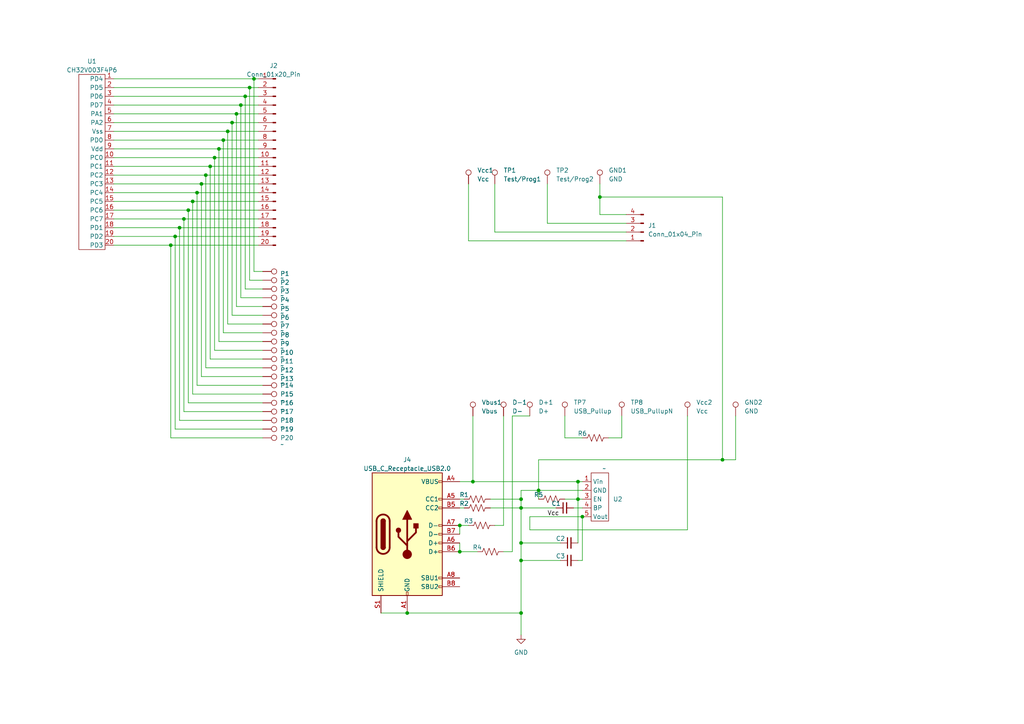
<source format=kicad_sch>
(kicad_sch (version 20230121) (generator eeschema)

  (uuid 12eb70d9-33e0-4e3f-a7c5-ada736a472d5)

  (paper "A4")

  (lib_symbols
    (symbol "Connector:Conn_01x04_Pin" (pin_names (offset 1.016) hide) (in_bom yes) (on_board yes)
      (property "Reference" "J" (at 0 5.08 0)
        (effects (font (size 1.27 1.27)))
      )
      (property "Value" "Conn_01x04_Pin" (at 0 -7.62 0)
        (effects (font (size 1.27 1.27)))
      )
      (property "Footprint" "" (at 0 0 0)
        (effects (font (size 1.27 1.27)) hide)
      )
      (property "Datasheet" "~" (at 0 0 0)
        (effects (font (size 1.27 1.27)) hide)
      )
      (property "ki_locked" "" (at 0 0 0)
        (effects (font (size 1.27 1.27)))
      )
      (property "ki_keywords" "connector" (at 0 0 0)
        (effects (font (size 1.27 1.27)) hide)
      )
      (property "ki_description" "Generic connector, single row, 01x04, script generated" (at 0 0 0)
        (effects (font (size 1.27 1.27)) hide)
      )
      (property "ki_fp_filters" "Connector*:*_1x??_*" (at 0 0 0)
        (effects (font (size 1.27 1.27)) hide)
      )
      (symbol "Conn_01x04_Pin_1_1"
        (polyline
          (pts
            (xy 1.27 -5.08)
            (xy 0.8636 -5.08)
          )
          (stroke (width 0.1524) (type default))
          (fill (type none))
        )
        (polyline
          (pts
            (xy 1.27 -2.54)
            (xy 0.8636 -2.54)
          )
          (stroke (width 0.1524) (type default))
          (fill (type none))
        )
        (polyline
          (pts
            (xy 1.27 0)
            (xy 0.8636 0)
          )
          (stroke (width 0.1524) (type default))
          (fill (type none))
        )
        (polyline
          (pts
            (xy 1.27 2.54)
            (xy 0.8636 2.54)
          )
          (stroke (width 0.1524) (type default))
          (fill (type none))
        )
        (rectangle (start 0.8636 -4.953) (end 0 -5.207)
          (stroke (width 0.1524) (type default))
          (fill (type outline))
        )
        (rectangle (start 0.8636 -2.413) (end 0 -2.667)
          (stroke (width 0.1524) (type default))
          (fill (type outline))
        )
        (rectangle (start 0.8636 0.127) (end 0 -0.127)
          (stroke (width 0.1524) (type default))
          (fill (type outline))
        )
        (rectangle (start 0.8636 2.667) (end 0 2.413)
          (stroke (width 0.1524) (type default))
          (fill (type outline))
        )
        (pin passive line (at 5.08 2.54 180) (length 3.81)
          (name "Pin_1" (effects (font (size 1.27 1.27))))
          (number "1" (effects (font (size 1.27 1.27))))
        )
        (pin passive line (at 5.08 0 180) (length 3.81)
          (name "Pin_2" (effects (font (size 1.27 1.27))))
          (number "2" (effects (font (size 1.27 1.27))))
        )
        (pin passive line (at 5.08 -2.54 180) (length 3.81)
          (name "Pin_3" (effects (font (size 1.27 1.27))))
          (number "3" (effects (font (size 1.27 1.27))))
        )
        (pin passive line (at 5.08 -5.08 180) (length 3.81)
          (name "Pin_4" (effects (font (size 1.27 1.27))))
          (number "4" (effects (font (size 1.27 1.27))))
        )
      )
    )
    (symbol "Connector:Conn_01x20_Pin" (pin_names (offset 1.016) hide) (in_bom yes) (on_board yes)
      (property "Reference" "J" (at 0 25.4 0)
        (effects (font (size 1.27 1.27)))
      )
      (property "Value" "Conn_01x20_Pin" (at 0 -27.94 0)
        (effects (font (size 1.27 1.27)))
      )
      (property "Footprint" "" (at 0 0 0)
        (effects (font (size 1.27 1.27)) hide)
      )
      (property "Datasheet" "~" (at 0 0 0)
        (effects (font (size 1.27 1.27)) hide)
      )
      (property "ki_locked" "" (at 0 0 0)
        (effects (font (size 1.27 1.27)))
      )
      (property "ki_keywords" "connector" (at 0 0 0)
        (effects (font (size 1.27 1.27)) hide)
      )
      (property "ki_description" "Generic connector, single row, 01x20, script generated" (at 0 0 0)
        (effects (font (size 1.27 1.27)) hide)
      )
      (property "ki_fp_filters" "Connector*:*_1x??_*" (at 0 0 0)
        (effects (font (size 1.27 1.27)) hide)
      )
      (symbol "Conn_01x20_Pin_1_1"
        (polyline
          (pts
            (xy 1.27 -25.4)
            (xy 0.8636 -25.4)
          )
          (stroke (width 0.1524) (type default))
          (fill (type none))
        )
        (polyline
          (pts
            (xy 1.27 -22.86)
            (xy 0.8636 -22.86)
          )
          (stroke (width 0.1524) (type default))
          (fill (type none))
        )
        (polyline
          (pts
            (xy 1.27 -20.32)
            (xy 0.8636 -20.32)
          )
          (stroke (width 0.1524) (type default))
          (fill (type none))
        )
        (polyline
          (pts
            (xy 1.27 -17.78)
            (xy 0.8636 -17.78)
          )
          (stroke (width 0.1524) (type default))
          (fill (type none))
        )
        (polyline
          (pts
            (xy 1.27 -15.24)
            (xy 0.8636 -15.24)
          )
          (stroke (width 0.1524) (type default))
          (fill (type none))
        )
        (polyline
          (pts
            (xy 1.27 -12.7)
            (xy 0.8636 -12.7)
          )
          (stroke (width 0.1524) (type default))
          (fill (type none))
        )
        (polyline
          (pts
            (xy 1.27 -10.16)
            (xy 0.8636 -10.16)
          )
          (stroke (width 0.1524) (type default))
          (fill (type none))
        )
        (polyline
          (pts
            (xy 1.27 -7.62)
            (xy 0.8636 -7.62)
          )
          (stroke (width 0.1524) (type default))
          (fill (type none))
        )
        (polyline
          (pts
            (xy 1.27 -5.08)
            (xy 0.8636 -5.08)
          )
          (stroke (width 0.1524) (type default))
          (fill (type none))
        )
        (polyline
          (pts
            (xy 1.27 -2.54)
            (xy 0.8636 -2.54)
          )
          (stroke (width 0.1524) (type default))
          (fill (type none))
        )
        (polyline
          (pts
            (xy 1.27 0)
            (xy 0.8636 0)
          )
          (stroke (width 0.1524) (type default))
          (fill (type none))
        )
        (polyline
          (pts
            (xy 1.27 2.54)
            (xy 0.8636 2.54)
          )
          (stroke (width 0.1524) (type default))
          (fill (type none))
        )
        (polyline
          (pts
            (xy 1.27 5.08)
            (xy 0.8636 5.08)
          )
          (stroke (width 0.1524) (type default))
          (fill (type none))
        )
        (polyline
          (pts
            (xy 1.27 7.62)
            (xy 0.8636 7.62)
          )
          (stroke (width 0.1524) (type default))
          (fill (type none))
        )
        (polyline
          (pts
            (xy 1.27 10.16)
            (xy 0.8636 10.16)
          )
          (stroke (width 0.1524) (type default))
          (fill (type none))
        )
        (polyline
          (pts
            (xy 1.27 12.7)
            (xy 0.8636 12.7)
          )
          (stroke (width 0.1524) (type default))
          (fill (type none))
        )
        (polyline
          (pts
            (xy 1.27 15.24)
            (xy 0.8636 15.24)
          )
          (stroke (width 0.1524) (type default))
          (fill (type none))
        )
        (polyline
          (pts
            (xy 1.27 17.78)
            (xy 0.8636 17.78)
          )
          (stroke (width 0.1524) (type default))
          (fill (type none))
        )
        (polyline
          (pts
            (xy 1.27 20.32)
            (xy 0.8636 20.32)
          )
          (stroke (width 0.1524) (type default))
          (fill (type none))
        )
        (polyline
          (pts
            (xy 1.27 22.86)
            (xy 0.8636 22.86)
          )
          (stroke (width 0.1524) (type default))
          (fill (type none))
        )
        (rectangle (start 0.8636 -25.273) (end 0 -25.527)
          (stroke (width 0.1524) (type default))
          (fill (type outline))
        )
        (rectangle (start 0.8636 -22.733) (end 0 -22.987)
          (stroke (width 0.1524) (type default))
          (fill (type outline))
        )
        (rectangle (start 0.8636 -20.193) (end 0 -20.447)
          (stroke (width 0.1524) (type default))
          (fill (type outline))
        )
        (rectangle (start 0.8636 -17.653) (end 0 -17.907)
          (stroke (width 0.1524) (type default))
          (fill (type outline))
        )
        (rectangle (start 0.8636 -15.113) (end 0 -15.367)
          (stroke (width 0.1524) (type default))
          (fill (type outline))
        )
        (rectangle (start 0.8636 -12.573) (end 0 -12.827)
          (stroke (width 0.1524) (type default))
          (fill (type outline))
        )
        (rectangle (start 0.8636 -10.033) (end 0 -10.287)
          (stroke (width 0.1524) (type default))
          (fill (type outline))
        )
        (rectangle (start 0.8636 -7.493) (end 0 -7.747)
          (stroke (width 0.1524) (type default))
          (fill (type outline))
        )
        (rectangle (start 0.8636 -4.953) (end 0 -5.207)
          (stroke (width 0.1524) (type default))
          (fill (type outline))
        )
        (rectangle (start 0.8636 -2.413) (end 0 -2.667)
          (stroke (width 0.1524) (type default))
          (fill (type outline))
        )
        (rectangle (start 0.8636 0.127) (end 0 -0.127)
          (stroke (width 0.1524) (type default))
          (fill (type outline))
        )
        (rectangle (start 0.8636 2.667) (end 0 2.413)
          (stroke (width 0.1524) (type default))
          (fill (type outline))
        )
        (rectangle (start 0.8636 5.207) (end 0 4.953)
          (stroke (width 0.1524) (type default))
          (fill (type outline))
        )
        (rectangle (start 0.8636 7.747) (end 0 7.493)
          (stroke (width 0.1524) (type default))
          (fill (type outline))
        )
        (rectangle (start 0.8636 10.287) (end 0 10.033)
          (stroke (width 0.1524) (type default))
          (fill (type outline))
        )
        (rectangle (start 0.8636 12.827) (end 0 12.573)
          (stroke (width 0.1524) (type default))
          (fill (type outline))
        )
        (rectangle (start 0.8636 15.367) (end 0 15.113)
          (stroke (width 0.1524) (type default))
          (fill (type outline))
        )
        (rectangle (start 0.8636 17.907) (end 0 17.653)
          (stroke (width 0.1524) (type default))
          (fill (type outline))
        )
        (rectangle (start 0.8636 20.447) (end 0 20.193)
          (stroke (width 0.1524) (type default))
          (fill (type outline))
        )
        (rectangle (start 0.8636 22.987) (end 0 22.733)
          (stroke (width 0.1524) (type default))
          (fill (type outline))
        )
        (pin passive line (at 5.08 22.86 180) (length 3.81)
          (name "Pin_1" (effects (font (size 1.27 1.27))))
          (number "1" (effects (font (size 1.27 1.27))))
        )
        (pin passive line (at 5.08 0 180) (length 3.81)
          (name "Pin_10" (effects (font (size 1.27 1.27))))
          (number "10" (effects (font (size 1.27 1.27))))
        )
        (pin passive line (at 5.08 -2.54 180) (length 3.81)
          (name "Pin_11" (effects (font (size 1.27 1.27))))
          (number "11" (effects (font (size 1.27 1.27))))
        )
        (pin passive line (at 5.08 -5.08 180) (length 3.81)
          (name "Pin_12" (effects (font (size 1.27 1.27))))
          (number "12" (effects (font (size 1.27 1.27))))
        )
        (pin passive line (at 5.08 -7.62 180) (length 3.81)
          (name "Pin_13" (effects (font (size 1.27 1.27))))
          (number "13" (effects (font (size 1.27 1.27))))
        )
        (pin passive line (at 5.08 -10.16 180) (length 3.81)
          (name "Pin_14" (effects (font (size 1.27 1.27))))
          (number "14" (effects (font (size 1.27 1.27))))
        )
        (pin passive line (at 5.08 -12.7 180) (length 3.81)
          (name "Pin_15" (effects (font (size 1.27 1.27))))
          (number "15" (effects (font (size 1.27 1.27))))
        )
        (pin passive line (at 5.08 -15.24 180) (length 3.81)
          (name "Pin_16" (effects (font (size 1.27 1.27))))
          (number "16" (effects (font (size 1.27 1.27))))
        )
        (pin passive line (at 5.08 -17.78 180) (length 3.81)
          (name "Pin_17" (effects (font (size 1.27 1.27))))
          (number "17" (effects (font (size 1.27 1.27))))
        )
        (pin passive line (at 5.08 -20.32 180) (length 3.81)
          (name "Pin_18" (effects (font (size 1.27 1.27))))
          (number "18" (effects (font (size 1.27 1.27))))
        )
        (pin passive line (at 5.08 -22.86 180) (length 3.81)
          (name "Pin_19" (effects (font (size 1.27 1.27))))
          (number "19" (effects (font (size 1.27 1.27))))
        )
        (pin passive line (at 5.08 20.32 180) (length 3.81)
          (name "Pin_2" (effects (font (size 1.27 1.27))))
          (number "2" (effects (font (size 1.27 1.27))))
        )
        (pin passive line (at 5.08 -25.4 180) (length 3.81)
          (name "Pin_20" (effects (font (size 1.27 1.27))))
          (number "20" (effects (font (size 1.27 1.27))))
        )
        (pin passive line (at 5.08 17.78 180) (length 3.81)
          (name "Pin_3" (effects (font (size 1.27 1.27))))
          (number "3" (effects (font (size 1.27 1.27))))
        )
        (pin passive line (at 5.08 15.24 180) (length 3.81)
          (name "Pin_4" (effects (font (size 1.27 1.27))))
          (number "4" (effects (font (size 1.27 1.27))))
        )
        (pin passive line (at 5.08 12.7 180) (length 3.81)
          (name "Pin_5" (effects (font (size 1.27 1.27))))
          (number "5" (effects (font (size 1.27 1.27))))
        )
        (pin passive line (at 5.08 10.16 180) (length 3.81)
          (name "Pin_6" (effects (font (size 1.27 1.27))))
          (number "6" (effects (font (size 1.27 1.27))))
        )
        (pin passive line (at 5.08 7.62 180) (length 3.81)
          (name "Pin_7" (effects (font (size 1.27 1.27))))
          (number "7" (effects (font (size 1.27 1.27))))
        )
        (pin passive line (at 5.08 5.08 180) (length 3.81)
          (name "Pin_8" (effects (font (size 1.27 1.27))))
          (number "8" (effects (font (size 1.27 1.27))))
        )
        (pin passive line (at 5.08 2.54 180) (length 3.81)
          (name "Pin_9" (effects (font (size 1.27 1.27))))
          (number "9" (effects (font (size 1.27 1.27))))
        )
      )
    )
    (symbol "Connector:TestPoint" (pin_numbers hide) (pin_names (offset 0.762) hide) (in_bom yes) (on_board yes)
      (property "Reference" "TP" (at 0 6.858 0)
        (effects (font (size 1.27 1.27)))
      )
      (property "Value" "TestPoint" (at 0 5.08 0)
        (effects (font (size 1.27 1.27)))
      )
      (property "Footprint" "" (at 5.08 0 0)
        (effects (font (size 1.27 1.27)) hide)
      )
      (property "Datasheet" "~" (at 5.08 0 0)
        (effects (font (size 1.27 1.27)) hide)
      )
      (property "ki_keywords" "test point tp" (at 0 0 0)
        (effects (font (size 1.27 1.27)) hide)
      )
      (property "ki_description" "test point" (at 0 0 0)
        (effects (font (size 1.27 1.27)) hide)
      )
      (property "ki_fp_filters" "Pin* Test*" (at 0 0 0)
        (effects (font (size 1.27 1.27)) hide)
      )
      (symbol "TestPoint_0_1"
        (circle (center 0 3.302) (radius 0.762)
          (stroke (width 0) (type default))
          (fill (type none))
        )
      )
      (symbol "TestPoint_1_1"
        (pin passive line (at 0 0 90) (length 2.54)
          (name "1" (effects (font (size 1.27 1.27))))
          (number "1" (effects (font (size 1.27 1.27))))
        )
      )
    )
    (symbol "Connector:USB_C_Receptacle_USB2.0" (pin_names (offset 1.016)) (in_bom yes) (on_board yes)
      (property "Reference" "J" (at -10.16 19.05 0)
        (effects (font (size 1.27 1.27)) (justify left))
      )
      (property "Value" "USB_C_Receptacle_USB2.0" (at 19.05 19.05 0)
        (effects (font (size 1.27 1.27)) (justify right))
      )
      (property "Footprint" "" (at 3.81 0 0)
        (effects (font (size 1.27 1.27)) hide)
      )
      (property "Datasheet" "https://www.usb.org/sites/default/files/documents/usb_type-c.zip" (at 3.81 0 0)
        (effects (font (size 1.27 1.27)) hide)
      )
      (property "ki_keywords" "usb universal serial bus type-C USB2.0" (at 0 0 0)
        (effects (font (size 1.27 1.27)) hide)
      )
      (property "ki_description" "USB 2.0-only Type-C Receptacle connector" (at 0 0 0)
        (effects (font (size 1.27 1.27)) hide)
      )
      (property "ki_fp_filters" "USB*C*Receptacle*" (at 0 0 0)
        (effects (font (size 1.27 1.27)) hide)
      )
      (symbol "USB_C_Receptacle_USB2.0_0_0"
        (rectangle (start -0.254 -17.78) (end 0.254 -16.764)
          (stroke (width 0) (type default))
          (fill (type none))
        )
        (rectangle (start 10.16 -14.986) (end 9.144 -15.494)
          (stroke (width 0) (type default))
          (fill (type none))
        )
        (rectangle (start 10.16 -12.446) (end 9.144 -12.954)
          (stroke (width 0) (type default))
          (fill (type none))
        )
        (rectangle (start 10.16 -4.826) (end 9.144 -5.334)
          (stroke (width 0) (type default))
          (fill (type none))
        )
        (rectangle (start 10.16 -2.286) (end 9.144 -2.794)
          (stroke (width 0) (type default))
          (fill (type none))
        )
        (rectangle (start 10.16 0.254) (end 9.144 -0.254)
          (stroke (width 0) (type default))
          (fill (type none))
        )
        (rectangle (start 10.16 2.794) (end 9.144 2.286)
          (stroke (width 0) (type default))
          (fill (type none))
        )
        (rectangle (start 10.16 7.874) (end 9.144 7.366)
          (stroke (width 0) (type default))
          (fill (type none))
        )
        (rectangle (start 10.16 10.414) (end 9.144 9.906)
          (stroke (width 0) (type default))
          (fill (type none))
        )
        (rectangle (start 10.16 15.494) (end 9.144 14.986)
          (stroke (width 0) (type default))
          (fill (type none))
        )
      )
      (symbol "USB_C_Receptacle_USB2.0_0_1"
        (rectangle (start -10.16 17.78) (end 10.16 -17.78)
          (stroke (width 0.254) (type default))
          (fill (type background))
        )
        (arc (start -8.89 -3.81) (mid -6.985 -5.7067) (end -5.08 -3.81)
          (stroke (width 0.508) (type default))
          (fill (type none))
        )
        (arc (start -7.62 -3.81) (mid -6.985 -4.4423) (end -6.35 -3.81)
          (stroke (width 0.254) (type default))
          (fill (type none))
        )
        (arc (start -7.62 -3.81) (mid -6.985 -4.4423) (end -6.35 -3.81)
          (stroke (width 0.254) (type default))
          (fill (type outline))
        )
        (rectangle (start -7.62 -3.81) (end -6.35 3.81)
          (stroke (width 0.254) (type default))
          (fill (type outline))
        )
        (arc (start -6.35 3.81) (mid -6.985 4.4423) (end -7.62 3.81)
          (stroke (width 0.254) (type default))
          (fill (type none))
        )
        (arc (start -6.35 3.81) (mid -6.985 4.4423) (end -7.62 3.81)
          (stroke (width 0.254) (type default))
          (fill (type outline))
        )
        (arc (start -5.08 3.81) (mid -6.985 5.7067) (end -8.89 3.81)
          (stroke (width 0.508) (type default))
          (fill (type none))
        )
        (circle (center -2.54 1.143) (radius 0.635)
          (stroke (width 0.254) (type default))
          (fill (type outline))
        )
        (circle (center 0 -5.842) (radius 1.27)
          (stroke (width 0) (type default))
          (fill (type outline))
        )
        (polyline
          (pts
            (xy -8.89 -3.81)
            (xy -8.89 3.81)
          )
          (stroke (width 0.508) (type default))
          (fill (type none))
        )
        (polyline
          (pts
            (xy -5.08 3.81)
            (xy -5.08 -3.81)
          )
          (stroke (width 0.508) (type default))
          (fill (type none))
        )
        (polyline
          (pts
            (xy 0 -5.842)
            (xy 0 4.318)
          )
          (stroke (width 0.508) (type default))
          (fill (type none))
        )
        (polyline
          (pts
            (xy 0 -3.302)
            (xy -2.54 -0.762)
            (xy -2.54 0.508)
          )
          (stroke (width 0.508) (type default))
          (fill (type none))
        )
        (polyline
          (pts
            (xy 0 -2.032)
            (xy 2.54 0.508)
            (xy 2.54 1.778)
          )
          (stroke (width 0.508) (type default))
          (fill (type none))
        )
        (polyline
          (pts
            (xy -1.27 4.318)
            (xy 0 6.858)
            (xy 1.27 4.318)
            (xy -1.27 4.318)
          )
          (stroke (width 0.254) (type default))
          (fill (type outline))
        )
        (rectangle (start 1.905 1.778) (end 3.175 3.048)
          (stroke (width 0.254) (type default))
          (fill (type outline))
        )
      )
      (symbol "USB_C_Receptacle_USB2.0_1_1"
        (pin passive line (at 0 -22.86 90) (length 5.08)
          (name "GND" (effects (font (size 1.27 1.27))))
          (number "A1" (effects (font (size 1.27 1.27))))
        )
        (pin passive line (at 0 -22.86 90) (length 5.08) hide
          (name "GND" (effects (font (size 1.27 1.27))))
          (number "A12" (effects (font (size 1.27 1.27))))
        )
        (pin passive line (at 15.24 15.24 180) (length 5.08)
          (name "VBUS" (effects (font (size 1.27 1.27))))
          (number "A4" (effects (font (size 1.27 1.27))))
        )
        (pin bidirectional line (at 15.24 10.16 180) (length 5.08)
          (name "CC1" (effects (font (size 1.27 1.27))))
          (number "A5" (effects (font (size 1.27 1.27))))
        )
        (pin bidirectional line (at 15.24 -2.54 180) (length 5.08)
          (name "D+" (effects (font (size 1.27 1.27))))
          (number "A6" (effects (font (size 1.27 1.27))))
        )
        (pin bidirectional line (at 15.24 2.54 180) (length 5.08)
          (name "D-" (effects (font (size 1.27 1.27))))
          (number "A7" (effects (font (size 1.27 1.27))))
        )
        (pin bidirectional line (at 15.24 -12.7 180) (length 5.08)
          (name "SBU1" (effects (font (size 1.27 1.27))))
          (number "A8" (effects (font (size 1.27 1.27))))
        )
        (pin passive line (at 15.24 15.24 180) (length 5.08) hide
          (name "VBUS" (effects (font (size 1.27 1.27))))
          (number "A9" (effects (font (size 1.27 1.27))))
        )
        (pin passive line (at 0 -22.86 90) (length 5.08) hide
          (name "GND" (effects (font (size 1.27 1.27))))
          (number "B1" (effects (font (size 1.27 1.27))))
        )
        (pin passive line (at 0 -22.86 90) (length 5.08) hide
          (name "GND" (effects (font (size 1.27 1.27))))
          (number "B12" (effects (font (size 1.27 1.27))))
        )
        (pin passive line (at 15.24 15.24 180) (length 5.08) hide
          (name "VBUS" (effects (font (size 1.27 1.27))))
          (number "B4" (effects (font (size 1.27 1.27))))
        )
        (pin bidirectional line (at 15.24 7.62 180) (length 5.08)
          (name "CC2" (effects (font (size 1.27 1.27))))
          (number "B5" (effects (font (size 1.27 1.27))))
        )
        (pin bidirectional line (at 15.24 -5.08 180) (length 5.08)
          (name "D+" (effects (font (size 1.27 1.27))))
          (number "B6" (effects (font (size 1.27 1.27))))
        )
        (pin bidirectional line (at 15.24 0 180) (length 5.08)
          (name "D-" (effects (font (size 1.27 1.27))))
          (number "B7" (effects (font (size 1.27 1.27))))
        )
        (pin bidirectional line (at 15.24 -15.24 180) (length 5.08)
          (name "SBU2" (effects (font (size 1.27 1.27))))
          (number "B8" (effects (font (size 1.27 1.27))))
        )
        (pin passive line (at 15.24 15.24 180) (length 5.08) hide
          (name "VBUS" (effects (font (size 1.27 1.27))))
          (number "B9" (effects (font (size 1.27 1.27))))
        )
        (pin passive line (at -7.62 -22.86 90) (length 5.08)
          (name "SHIELD" (effects (font (size 1.27 1.27))))
          (number "S1" (effects (font (size 1.27 1.27))))
        )
      )
    )
    (symbol "Device:C_Small" (pin_numbers hide) (pin_names (offset 0.254) hide) (in_bom yes) (on_board yes)
      (property "Reference" "C" (at 0.254 1.778 0)
        (effects (font (size 1.27 1.27)) (justify left))
      )
      (property "Value" "C_Small" (at 0.254 -2.032 0)
        (effects (font (size 1.27 1.27)) (justify left))
      )
      (property "Footprint" "" (at 0 0 0)
        (effects (font (size 1.27 1.27)) hide)
      )
      (property "Datasheet" "~" (at 0 0 0)
        (effects (font (size 1.27 1.27)) hide)
      )
      (property "ki_keywords" "capacitor cap" (at 0 0 0)
        (effects (font (size 1.27 1.27)) hide)
      )
      (property "ki_description" "Unpolarized capacitor, small symbol" (at 0 0 0)
        (effects (font (size 1.27 1.27)) hide)
      )
      (property "ki_fp_filters" "C_*" (at 0 0 0)
        (effects (font (size 1.27 1.27)) hide)
      )
      (symbol "C_Small_0_1"
        (polyline
          (pts
            (xy -1.524 -0.508)
            (xy 1.524 -0.508)
          )
          (stroke (width 0.3302) (type default))
          (fill (type none))
        )
        (polyline
          (pts
            (xy -1.524 0.508)
            (xy 1.524 0.508)
          )
          (stroke (width 0.3048) (type default))
          (fill (type none))
        )
      )
      (symbol "C_Small_1_1"
        (pin passive line (at 0 2.54 270) (length 2.032)
          (name "~" (effects (font (size 1.27 1.27))))
          (number "1" (effects (font (size 1.27 1.27))))
        )
        (pin passive line (at 0 -2.54 90) (length 2.032)
          (name "~" (effects (font (size 1.27 1.27))))
          (number "2" (effects (font (size 1.27 1.27))))
        )
      )
    )
    (symbol "Device:R_US" (pin_numbers hide) (pin_names (offset 0)) (in_bom yes) (on_board yes)
      (property "Reference" "R" (at 2.54 0 90)
        (effects (font (size 1.27 1.27)))
      )
      (property "Value" "R_US" (at -2.54 0 90)
        (effects (font (size 1.27 1.27)))
      )
      (property "Footprint" "" (at 1.016 -0.254 90)
        (effects (font (size 1.27 1.27)) hide)
      )
      (property "Datasheet" "~" (at 0 0 0)
        (effects (font (size 1.27 1.27)) hide)
      )
      (property "ki_keywords" "R res resistor" (at 0 0 0)
        (effects (font (size 1.27 1.27)) hide)
      )
      (property "ki_description" "Resistor, US symbol" (at 0 0 0)
        (effects (font (size 1.27 1.27)) hide)
      )
      (property "ki_fp_filters" "R_*" (at 0 0 0)
        (effects (font (size 1.27 1.27)) hide)
      )
      (symbol "R_US_0_1"
        (polyline
          (pts
            (xy 0 -2.286)
            (xy 0 -2.54)
          )
          (stroke (width 0) (type default))
          (fill (type none))
        )
        (polyline
          (pts
            (xy 0 2.286)
            (xy 0 2.54)
          )
          (stroke (width 0) (type default))
          (fill (type none))
        )
        (polyline
          (pts
            (xy 0 -0.762)
            (xy 1.016 -1.143)
            (xy 0 -1.524)
            (xy -1.016 -1.905)
            (xy 0 -2.286)
          )
          (stroke (width 0) (type default))
          (fill (type none))
        )
        (polyline
          (pts
            (xy 0 0.762)
            (xy 1.016 0.381)
            (xy 0 0)
            (xy -1.016 -0.381)
            (xy 0 -0.762)
          )
          (stroke (width 0) (type default))
          (fill (type none))
        )
        (polyline
          (pts
            (xy 0 2.286)
            (xy 1.016 1.905)
            (xy 0 1.524)
            (xy -1.016 1.143)
            (xy 0 0.762)
          )
          (stroke (width 0) (type default))
          (fill (type none))
        )
      )
      (symbol "R_US_1_1"
        (pin passive line (at 0 3.81 270) (length 1.27)
          (name "~" (effects (font (size 1.27 1.27))))
          (number "1" (effects (font (size 1.27 1.27))))
        )
        (pin passive line (at 0 -3.81 90) (length 1.27)
          (name "~" (effects (font (size 1.27 1.27))))
          (number "2" (effects (font (size 1.27 1.27))))
        )
      )
    )
    (symbol "Regulator:RT9193" (in_bom yes) (on_board yes)
      (property "Reference" "U" (at 0 0 0)
        (effects (font (size 1.27 1.27)))
      )
      (property "Value" "" (at 0 0 0)
        (effects (font (size 1.27 1.27)))
      )
      (property "Footprint" "" (at 0 0 0)
        (effects (font (size 1.27 1.27)) hide)
      )
      (property "Datasheet" "" (at 0 0 0)
        (effects (font (size 1.27 1.27)) hide)
      )
      (symbol "RT9193_0_1"
        (rectangle (start 3.81 -1.27) (end -1.27 -15.24)
          (stroke (width 0) (type default))
          (fill (type none))
        )
      )
      (symbol "RT9193_1_1"
        (pin power_in line (at 6.35 -3.81 180) (length 2.54)
          (name "Vin" (effects (font (size 1.27 1.27))))
          (number "1" (effects (font (size 1.27 1.27))))
        )
        (pin power_in line (at 6.35 -6.35 180) (length 2.54)
          (name "GND" (effects (font (size 1.27 1.27))))
          (number "2" (effects (font (size 1.27 1.27))))
        )
        (pin input line (at 6.35 -8.89 180) (length 2.54)
          (name "EN" (effects (font (size 1.27 1.27))))
          (number "3" (effects (font (size 1.27 1.27))))
        )
        (pin input line (at 6.35 -11.43 180) (length 2.54)
          (name "BP" (effects (font (size 1.27 1.27))))
          (number "4" (effects (font (size 1.27 1.27))))
        )
        (pin power_out line (at 6.35 -13.97 180) (length 2.54)
          (name "Vout" (effects (font (size 1.27 1.27))))
          (number "5" (effects (font (size 1.27 1.27))))
        )
      )
    )
    (symbol "WCH_Library:CH32V003F4P6" (in_bom yes) (on_board yes)
      (property "Reference" "U" (at 0 3.81 0)
        (effects (font (size 1.27 1.27)))
      )
      (property "Value" "CH32V003F4P6" (at -3.81 -27.94 90)
        (effects (font (size 1.27 1.27)))
      )
      (property "Footprint" "" (at 0 3.81 0)
        (effects (font (size 1.27 1.27)) hide)
      )
      (property "Datasheet" "" (at 0 3.81 0)
        (effects (font (size 1.27 1.27)) hide)
      )
      (symbol "CH32V003F4P6_0_1"
        (rectangle (start -5.08 -1.27) (end 2.54 -52.07)
          (stroke (width 0) (type default))
          (fill (type none))
        )
      )
      (symbol "CH32V003F4P6_1_1"
        (pin bidirectional line (at 5.08 -2.54 180) (length 2.54)
          (name "PD4" (effects (font (size 1.27 1.27))))
          (number "1" (effects (font (size 1.27 1.27))))
        )
        (pin bidirectional line (at 5.08 -25.4 180) (length 2.54)
          (name "PC0" (effects (font (size 1.27 1.27))))
          (number "10" (effects (font (size 1.27 1.27))))
        )
        (pin bidirectional line (at 5.08 -27.94 180) (length 2.54)
          (name "PC1" (effects (font (size 1.27 1.27))))
          (number "11" (effects (font (size 1.27 1.27))))
        )
        (pin bidirectional line (at 5.08 -30.48 180) (length 2.54)
          (name "PC2" (effects (font (size 1.27 1.27))))
          (number "12" (effects (font (size 1.27 1.27))))
        )
        (pin bidirectional line (at 5.08 -33.02 180) (length 2.54)
          (name "PC3" (effects (font (size 1.27 1.27))))
          (number "13" (effects (font (size 1.27 1.27))))
        )
        (pin bidirectional line (at 5.08 -35.56 180) (length 2.54)
          (name "PC4" (effects (font (size 1.27 1.27))))
          (number "14" (effects (font (size 1.27 1.27))))
        )
        (pin bidirectional line (at 5.08 -38.1 180) (length 2.54)
          (name "PC5" (effects (font (size 1.27 1.27))))
          (number "15" (effects (font (size 1.27 1.27))))
        )
        (pin bidirectional line (at 5.08 -40.64 180) (length 2.54)
          (name "PC6" (effects (font (size 1.27 1.27))))
          (number "16" (effects (font (size 1.27 1.27))))
        )
        (pin bidirectional line (at 5.08 -43.18 180) (length 2.54)
          (name "PC7" (effects (font (size 1.27 1.27))))
          (number "17" (effects (font (size 1.27 1.27))))
        )
        (pin bidirectional line (at 5.08 -45.72 180) (length 2.54)
          (name "PD1" (effects (font (size 1.27 1.27))))
          (number "18" (effects (font (size 1.27 1.27))))
        )
        (pin bidirectional line (at 5.08 -48.26 180) (length 2.54)
          (name "PD2" (effects (font (size 1.27 1.27))))
          (number "19" (effects (font (size 1.27 1.27))))
        )
        (pin bidirectional line (at 5.08 -5.08 180) (length 2.54)
          (name "PD5" (effects (font (size 1.27 1.27))))
          (number "2" (effects (font (size 1.27 1.27))))
        )
        (pin bidirectional line (at 5.08 -50.8 180) (length 2.54)
          (name "PD3" (effects (font (size 1.27 1.27))))
          (number "20" (effects (font (size 1.27 1.27))))
        )
        (pin bidirectional line (at 5.08 -7.62 180) (length 2.54)
          (name "PD6" (effects (font (size 1.27 1.27))))
          (number "3" (effects (font (size 1.27 1.27))))
        )
        (pin bidirectional line (at 5.08 -10.16 180) (length 2.54)
          (name "PD7" (effects (font (size 1.27 1.27))))
          (number "4" (effects (font (size 1.27 1.27))))
        )
        (pin bidirectional line (at 5.08 -12.7 180) (length 2.54)
          (name "PA1" (effects (font (size 1.27 1.27))))
          (number "5" (effects (font (size 1.27 1.27))))
        )
        (pin bidirectional line (at 5.08 -15.24 180) (length 2.54)
          (name "PA2" (effects (font (size 1.27 1.27))))
          (number "6" (effects (font (size 1.27 1.27))))
        )
        (pin power_in line (at 5.08 -17.78 180) (length 2.54)
          (name "Vss" (effects (font (size 1.27 1.27))))
          (number "7" (effects (font (size 1.27 1.27))))
        )
        (pin bidirectional line (at 5.08 -20.32 180) (length 2.54)
          (name "PD0" (effects (font (size 1.27 1.27))))
          (number "8" (effects (font (size 1.27 1.27))))
        )
        (pin power_in line (at 5.08 -22.86 180) (length 2.54)
          (name "Vdd" (effects (font (size 1.27 1.27))))
          (number "9" (effects (font (size 1.27 1.27))))
        )
      )
    )
    (symbol "power:GND" (power) (pin_names (offset 0)) (in_bom yes) (on_board yes)
      (property "Reference" "#PWR" (at 0 -6.35 0)
        (effects (font (size 1.27 1.27)) hide)
      )
      (property "Value" "GND" (at 0 -3.81 0)
        (effects (font (size 1.27 1.27)))
      )
      (property "Footprint" "" (at 0 0 0)
        (effects (font (size 1.27 1.27)) hide)
      )
      (property "Datasheet" "" (at 0 0 0)
        (effects (font (size 1.27 1.27)) hide)
      )
      (property "ki_keywords" "global power" (at 0 0 0)
        (effects (font (size 1.27 1.27)) hide)
      )
      (property "ki_description" "Power symbol creates a global label with name \"GND\" , ground" (at 0 0 0)
        (effects (font (size 1.27 1.27)) hide)
      )
      (symbol "GND_0_1"
        (polyline
          (pts
            (xy 0 0)
            (xy 0 -1.27)
            (xy 1.27 -1.27)
            (xy 0 -2.54)
            (xy -1.27 -1.27)
            (xy 0 -1.27)
          )
          (stroke (width 0) (type default))
          (fill (type none))
        )
      )
      (symbol "GND_1_1"
        (pin power_in line (at 0 0 270) (length 0) hide
          (name "GND" (effects (font (size 1.27 1.27))))
          (number "1" (effects (font (size 1.27 1.27))))
        )
      )
    )
  )

  (junction (at 151.13 162.56) (diameter 0) (color 0 0 0 0)
    (uuid 0256a114-f185-4691-95bd-554095bea374)
  )
  (junction (at 52.07 66.04) (diameter 0) (color 0 0 0 0)
    (uuid 04a25562-4f84-4604-9ce8-f4f4e6de17f7)
  )
  (junction (at 151.13 144.78) (diameter 0) (color 0 0 0 0)
    (uuid 084bba61-f7ea-417b-a520-265591da2340)
  )
  (junction (at 50.8 68.58) (diameter 0) (color 0 0 0 0)
    (uuid 172994b6-6a5b-4c9d-8008-c1f3fd251c17)
  )
  (junction (at 137.16 139.7) (diameter 0) (color 0 0 0 0)
    (uuid 1926e218-a6a3-4976-96f7-4f7b966d6413)
  )
  (junction (at 167.64 139.7) (diameter 0) (color 0 0 0 0)
    (uuid 2efe2129-8730-483e-ac6c-560cb30cebed)
  )
  (junction (at 64.77 40.64) (diameter 0) (color 0 0 0 0)
    (uuid 33f39641-9ce1-47ba-af4e-460b46c06a2b)
  )
  (junction (at 54.61 60.96) (diameter 0) (color 0 0 0 0)
    (uuid 389dbc93-f105-41d9-8c5a-35828f0250cb)
  )
  (junction (at 66.04 38.1) (diameter 0) (color 0 0 0 0)
    (uuid 406df563-93e7-4d78-b62d-ebb26c4a6c1f)
  )
  (junction (at 156.21 142.24) (diameter 0) (color 0 0 0 0)
    (uuid 41aac20a-6fce-4825-9cd1-78c26962eb11)
  )
  (junction (at 167.64 144.78) (diameter 0) (color 0 0 0 0)
    (uuid 46da3cd9-4c08-4e59-9850-3f81781992e9)
  )
  (junction (at 57.15 55.88) (diameter 0) (color 0 0 0 0)
    (uuid 47d03cfe-1b22-4662-a953-c76fa215e9ed)
  )
  (junction (at 53.34 63.5) (diameter 0) (color 0 0 0 0)
    (uuid 4bb4376b-d8b8-4902-8699-deceac028606)
  )
  (junction (at 151.13 157.48) (diameter 0) (color 0 0 0 0)
    (uuid 532b027e-7b39-4bc5-b30b-6101183ed489)
  )
  (junction (at 173.99 57.15) (diameter 0) (color 0 0 0 0)
    (uuid 54fec08b-484c-474b-9bf6-5c83dfaee520)
  )
  (junction (at 168.91 149.86) (diameter 0) (color 0 0 0 0)
    (uuid 560eb5b0-7345-4ee1-8ecb-838ff4d0a647)
  )
  (junction (at 60.96 48.26) (diameter 0) (color 0 0 0 0)
    (uuid 5ce9f086-f129-44c2-828c-0a5dced5f0f2)
  )
  (junction (at 63.5 43.18) (diameter 0) (color 0 0 0 0)
    (uuid 5d69a2d1-fd82-426e-a7a5-831ccc9a4c9b)
  )
  (junction (at 58.42 53.34) (diameter 0) (color 0 0 0 0)
    (uuid 5fe176ed-774d-46af-bc59-3d1991db52d9)
  )
  (junction (at 49.53 71.12) (diameter 0) (color 0 0 0 0)
    (uuid 6c745480-e822-4c4c-ad59-e98ef9419b4b)
  )
  (junction (at 67.31 35.56) (diameter 0) (color 0 0 0 0)
    (uuid 7371b15a-06c8-4606-9220-d30309134d1d)
  )
  (junction (at 62.23 45.72) (diameter 0) (color 0 0 0 0)
    (uuid 7e8cb24c-8f69-4301-ac04-40f36be90bd4)
  )
  (junction (at 133.35 152.4) (diameter 0) (color 0 0 0 0)
    (uuid 8bfea13c-4c2a-4801-a053-2618782c2b3b)
  )
  (junction (at 69.85 30.48) (diameter 0) (color 0 0 0 0)
    (uuid 8caf3a48-1552-4ad2-a021-58af9d53f04c)
  )
  (junction (at 209.55 133.35) (diameter 0) (color 0 0 0 0)
    (uuid 95bc7c05-e3cc-439c-af50-b6fcb1aab368)
  )
  (junction (at 71.12 27.94) (diameter 0) (color 0 0 0 0)
    (uuid 9b769c57-41c3-4563-a105-c898772523b7)
  )
  (junction (at 73.66 22.86) (diameter 0) (color 0 0 0 0)
    (uuid a9c30968-b9e7-4901-9e58-250a63e1e9b5)
  )
  (junction (at 59.69 50.8) (diameter 0) (color 0 0 0 0)
    (uuid aa4a56e7-35eb-4eb0-afb2-f82a62148a43)
  )
  (junction (at 68.58 33.02) (diameter 0) (color 0 0 0 0)
    (uuid c20d5c8e-10f6-42b5-9ae2-10659ce0931a)
  )
  (junction (at 133.35 160.02) (diameter 0) (color 0 0 0 0)
    (uuid d3e6fb24-d0be-47a9-96ed-fac6ec044903)
  )
  (junction (at 151.13 177.8) (diameter 0) (color 0 0 0 0)
    (uuid e2a92bf7-f5ee-4f7d-8835-e9facc1ffee1)
  )
  (junction (at 151.13 147.32) (diameter 0) (color 0 0 0 0)
    (uuid e2ebec78-6d1d-4aa7-87b5-040eb1c5c8c6)
  )
  (junction (at 118.11 177.8) (diameter 0) (color 0 0 0 0)
    (uuid e823b746-14cf-4405-b461-41058b3d2728)
  )
  (junction (at 55.88 58.42) (diameter 0) (color 0 0 0 0)
    (uuid f7710f42-ff9e-4038-a611-ecb874e68770)
  )
  (junction (at 72.39 25.4) (diameter 0) (color 0 0 0 0)
    (uuid fb472bb0-61e2-46bd-a745-40ee44a984a2)
  )

  (wire (pts (xy 142.24 147.32) (xy 151.13 147.32))
    (stroke (width 0) (type default))
    (uuid 01331c2a-7727-4b5c-8451-ff536021a76e)
  )
  (wire (pts (xy 151.13 144.78) (xy 151.13 147.32))
    (stroke (width 0) (type default))
    (uuid 01aa6bdf-e08d-41ae-adb9-7e7797e27628)
  )
  (wire (pts (xy 133.35 139.7) (xy 137.16 139.7))
    (stroke (width 0) (type default))
    (uuid 01ec3d94-cb4c-46ad-ab3d-f723b4cd0561)
  )
  (wire (pts (xy 53.34 63.5) (xy 74.93 63.5))
    (stroke (width 0) (type default))
    (uuid 02feea8c-2ba9-4dfe-9105-6dcc54bc43db)
  )
  (wire (pts (xy 58.42 53.34) (xy 74.93 53.34))
    (stroke (width 0) (type default))
    (uuid 034bfd5a-2f1a-474b-8294-1ed6c25b0e30)
  )
  (wire (pts (xy 33.02 35.56) (xy 67.31 35.56))
    (stroke (width 0) (type default))
    (uuid 0378246f-34ff-4c23-8190-22336b889245)
  )
  (wire (pts (xy 151.13 147.32) (xy 161.29 147.32))
    (stroke (width 0) (type default))
    (uuid 044b1faa-48d2-42ce-b78e-3a5cc813fbed)
  )
  (wire (pts (xy 54.61 60.96) (xy 74.93 60.96))
    (stroke (width 0) (type default))
    (uuid 0453af02-fc8c-4286-b0b1-63fb23a0e09a)
  )
  (wire (pts (xy 156.21 133.35) (xy 156.21 142.24))
    (stroke (width 0) (type default))
    (uuid 05d49477-644e-43e5-882c-3671d9d81394)
  )
  (wire (pts (xy 62.23 45.72) (xy 74.93 45.72))
    (stroke (width 0) (type default))
    (uuid 07a75af2-8d07-4c3e-aa9d-e2293868a6ca)
  )
  (wire (pts (xy 151.13 162.56) (xy 162.56 162.56))
    (stroke (width 0) (type default))
    (uuid 08678363-ac58-430f-a080-a587ed6b3dae)
  )
  (wire (pts (xy 64.77 40.64) (xy 33.02 40.64))
    (stroke (width 0) (type default))
    (uuid 09fcb4dc-10cb-4f5d-96c2-2d61599e3122)
  )
  (wire (pts (xy 59.69 106.68) (xy 59.69 50.8))
    (stroke (width 0) (type default))
    (uuid 0aead636-5fa4-4ff4-96cb-161fc6a5fe60)
  )
  (wire (pts (xy 173.99 62.23) (xy 181.61 62.23))
    (stroke (width 0) (type default))
    (uuid 0c68d40f-af46-4443-a6e7-6098327338dd)
  )
  (wire (pts (xy 76.2 119.38) (xy 53.34 119.38))
    (stroke (width 0) (type default))
    (uuid 0f214f9a-994c-4c5e-ac0f-e9348254c139)
  )
  (wire (pts (xy 133.35 147.32) (xy 134.62 147.32))
    (stroke (width 0) (type default))
    (uuid 1317406f-defe-488f-88bc-1c833f299e22)
  )
  (wire (pts (xy 52.07 66.04) (xy 74.93 66.04))
    (stroke (width 0) (type default))
    (uuid 133645a5-dab7-401a-a70b-743ff96e0d5b)
  )
  (wire (pts (xy 213.36 133.35) (xy 209.55 133.35))
    (stroke (width 0) (type default))
    (uuid 1a9f9bc1-0276-4c66-b263-d0a2ab0c195f)
  )
  (wire (pts (xy 69.85 86.36) (xy 69.85 30.48))
    (stroke (width 0) (type default))
    (uuid 2715bf39-f370-4335-ab0c-edc1b414df66)
  )
  (wire (pts (xy 168.91 162.56) (xy 167.64 162.56))
    (stroke (width 0) (type default))
    (uuid 29191096-8e6e-4ca7-b4cd-ea9c18bdce3e)
  )
  (wire (pts (xy 153.67 153.67) (xy 199.39 153.67))
    (stroke (width 0) (type default))
    (uuid 29777eea-e57f-4cb2-8132-a16528e5bda9)
  )
  (wire (pts (xy 50.8 68.58) (xy 74.93 68.58))
    (stroke (width 0) (type default))
    (uuid 29e985ef-f3c0-4a2a-b74b-1d7123060f66)
  )
  (wire (pts (xy 33.02 45.72) (xy 62.23 45.72))
    (stroke (width 0) (type default))
    (uuid 2ea81a01-aa87-4dea-b773-6aac0993e7b3)
  )
  (wire (pts (xy 167.64 144.78) (xy 167.64 157.48))
    (stroke (width 0) (type default))
    (uuid 2fde6c39-f891-4c2e-a3ad-4c9a14906c67)
  )
  (wire (pts (xy 135.89 69.85) (xy 181.61 69.85))
    (stroke (width 0) (type default))
    (uuid 35c6b01a-34c6-4108-af8e-2c285df232fc)
  )
  (wire (pts (xy 59.69 50.8) (xy 74.93 50.8))
    (stroke (width 0) (type default))
    (uuid 362a7f9c-ad5c-4d74-b347-cc87e4872834)
  )
  (wire (pts (xy 76.2 99.06) (xy 63.5 99.06))
    (stroke (width 0) (type default))
    (uuid 371f30a3-6a3e-4664-9016-c873601f79e6)
  )
  (wire (pts (xy 76.2 86.36) (xy 69.85 86.36))
    (stroke (width 0) (type default))
    (uuid 37c6f0c5-d42d-4361-b2fc-7dda31f892ba)
  )
  (wire (pts (xy 49.53 71.12) (xy 74.93 71.12))
    (stroke (width 0) (type default))
    (uuid 3928cc05-d20a-439c-9aa2-b129e8b39f6e)
  )
  (wire (pts (xy 209.55 133.35) (xy 209.55 57.15))
    (stroke (width 0) (type default))
    (uuid 3a72f27d-9ffb-4ee3-9069-168cb8630f69)
  )
  (wire (pts (xy 67.31 35.56) (xy 74.93 35.56))
    (stroke (width 0) (type default))
    (uuid 3c0a7a77-7551-481b-934a-cc39ef98be0f)
  )
  (wire (pts (xy 143.51 53.34) (xy 143.51 67.31))
    (stroke (width 0) (type default))
    (uuid 3fd54fd9-afbf-47cf-ac9e-43089f6445fa)
  )
  (wire (pts (xy 76.2 96.52) (xy 64.77 96.52))
    (stroke (width 0) (type default))
    (uuid 4177da37-d5b3-4a51-91fb-4297c69cfffb)
  )
  (wire (pts (xy 33.02 48.26) (xy 60.96 48.26))
    (stroke (width 0) (type default))
    (uuid 438b4069-ab1e-49ba-916e-3973e7b34c25)
  )
  (wire (pts (xy 180.34 120.65) (xy 180.34 127))
    (stroke (width 0) (type default))
    (uuid 47a02535-c57e-4fee-ad63-7ac8242fabcf)
  )
  (wire (pts (xy 209.55 57.15) (xy 173.99 57.15))
    (stroke (width 0) (type default))
    (uuid 48ed8d65-addf-4589-b860-ce5042831776)
  )
  (wire (pts (xy 133.35 152.4) (xy 133.35 154.94))
    (stroke (width 0) (type default))
    (uuid 4a83b52e-c342-4228-bef0-65d9b5cfc6c2)
  )
  (wire (pts (xy 133.35 144.78) (xy 134.62 144.78))
    (stroke (width 0) (type default))
    (uuid 4ce0707d-4546-4d29-b38f-549c1fdded20)
  )
  (wire (pts (xy 54.61 116.84) (xy 54.61 60.96))
    (stroke (width 0) (type default))
    (uuid 50f45959-98f2-4151-b749-2155a3bfd6e8)
  )
  (wire (pts (xy 148.59 120.65) (xy 153.67 120.65))
    (stroke (width 0) (type default))
    (uuid 51b78d7a-e612-40f0-aafe-ad7d079dca2a)
  )
  (wire (pts (xy 76.2 106.68) (xy 59.69 106.68))
    (stroke (width 0) (type default))
    (uuid 521c7a2d-478b-460c-88fa-588dd2b2be47)
  )
  (wire (pts (xy 76.2 78.74) (xy 73.66 78.74))
    (stroke (width 0) (type default))
    (uuid 5330aa4e-deef-47a3-b6e5-2fa25d4daae5)
  )
  (wire (pts (xy 49.53 127) (xy 49.53 71.12))
    (stroke (width 0) (type default))
    (uuid 579b904c-e901-4939-adf4-85541ccae77a)
  )
  (wire (pts (xy 76.2 93.98) (xy 66.04 93.98))
    (stroke (width 0) (type default))
    (uuid 593a4e27-5ea8-4353-b286-f9cd779e8c05)
  )
  (wire (pts (xy 33.02 38.1) (xy 66.04 38.1))
    (stroke (width 0) (type default))
    (uuid 5d270b81-abfc-452b-95e8-0393a62b2716)
  )
  (wire (pts (xy 63.5 43.18) (xy 74.93 43.18))
    (stroke (width 0) (type default))
    (uuid 5e115d71-da6b-47a2-a209-e3c4acd5f47e)
  )
  (wire (pts (xy 74.93 40.64) (xy 64.77 40.64))
    (stroke (width 0) (type default))
    (uuid 5ea7ae9d-6894-4586-a879-49bdafe85c7b)
  )
  (wire (pts (xy 173.99 57.15) (xy 173.99 62.23))
    (stroke (width 0) (type default))
    (uuid 5f618743-1b49-430b-8368-140c7353e4a0)
  )
  (wire (pts (xy 57.15 55.88) (xy 74.93 55.88))
    (stroke (width 0) (type default))
    (uuid 61fd5c2b-cf16-48a9-b23b-57fdce8cf201)
  )
  (wire (pts (xy 76.2 88.9) (xy 68.58 88.9))
    (stroke (width 0) (type default))
    (uuid 63a8a72a-4d4d-4bc6-9c3e-4ddd96baa784)
  )
  (wire (pts (xy 66.04 38.1) (xy 74.93 38.1))
    (stroke (width 0) (type default))
    (uuid 6482e004-6fbe-413b-9f4c-9ee23afce248)
  )
  (wire (pts (xy 33.02 53.34) (xy 58.42 53.34))
    (stroke (width 0) (type default))
    (uuid 64d7e118-6eb1-47b6-aee5-23d45d28eddd)
  )
  (wire (pts (xy 163.83 120.65) (xy 163.83 127))
    (stroke (width 0) (type default))
    (uuid 64fec9ff-497b-4b7d-8b07-7b0e6ee49213)
  )
  (wire (pts (xy 133.35 160.02) (xy 138.43 160.02))
    (stroke (width 0) (type default))
    (uuid 65fd195f-927a-4b55-8252-8cd86a494159)
  )
  (wire (pts (xy 156.21 142.24) (xy 168.91 142.24))
    (stroke (width 0) (type default))
    (uuid 6617dfdd-2ed0-4941-b1f2-9802ea2a2717)
  )
  (wire (pts (xy 76.2 114.3) (xy 55.88 114.3))
    (stroke (width 0) (type default))
    (uuid 6808bdaf-7236-4a23-810f-5e89984f089b)
  )
  (wire (pts (xy 33.02 25.4) (xy 72.39 25.4))
    (stroke (width 0) (type default))
    (uuid 6d0c1bdd-2dfd-406b-b104-d20ca47cbe9f)
  )
  (wire (pts (xy 63.5 99.06) (xy 63.5 43.18))
    (stroke (width 0) (type default))
    (uuid 6fc7f009-4c94-41c4-9526-d7239cb25c18)
  )
  (wire (pts (xy 76.2 116.84) (xy 54.61 116.84))
    (stroke (width 0) (type default))
    (uuid 7042adc7-a8ae-4ba8-8aeb-11c3e3c45315)
  )
  (wire (pts (xy 33.02 63.5) (xy 53.34 63.5))
    (stroke (width 0) (type default))
    (uuid 70b6210a-36ff-4eb3-8f04-774dfa017d57)
  )
  (wire (pts (xy 133.35 157.48) (xy 133.35 160.02))
    (stroke (width 0) (type default))
    (uuid 768f5e1e-6df9-4377-acaa-673251c6f09b)
  )
  (wire (pts (xy 143.51 67.31) (xy 181.61 67.31))
    (stroke (width 0) (type default))
    (uuid 775d1502-4071-4714-b51c-114fdc274e93)
  )
  (wire (pts (xy 55.88 114.3) (xy 55.88 58.42))
    (stroke (width 0) (type default))
    (uuid 7848be8d-38f6-47b0-b40c-ff7933a8b0d1)
  )
  (wire (pts (xy 76.2 83.82) (xy 71.12 83.82))
    (stroke (width 0) (type default))
    (uuid 785e839a-f9e3-4390-b560-7dc45ff5ab12)
  )
  (wire (pts (xy 33.02 66.04) (xy 52.07 66.04))
    (stroke (width 0) (type default))
    (uuid 786aafb8-c4af-474f-b42d-14fc28a424ea)
  )
  (wire (pts (xy 168.91 144.78) (xy 167.64 144.78))
    (stroke (width 0) (type default))
    (uuid 7bd4600a-d203-48f0-ae50-0af8d1a35d4b)
  )
  (wire (pts (xy 213.36 120.65) (xy 213.36 133.35))
    (stroke (width 0) (type default))
    (uuid 7c199d8f-a861-48e3-ba3b-49ba4869c702)
  )
  (wire (pts (xy 68.58 88.9) (xy 68.58 33.02))
    (stroke (width 0) (type default))
    (uuid 7d08e9f4-be2b-4946-8156-6a5d1c7b723b)
  )
  (wire (pts (xy 146.05 160.02) (xy 148.59 160.02))
    (stroke (width 0) (type default))
    (uuid 7dd89496-30eb-4fb2-b210-58dddfec1dcd)
  )
  (wire (pts (xy 72.39 25.4) (xy 74.93 25.4))
    (stroke (width 0) (type default))
    (uuid 8053fdf2-3a6c-4b05-ac76-9711473bf14f)
  )
  (wire (pts (xy 33.02 71.12) (xy 49.53 71.12))
    (stroke (width 0) (type default))
    (uuid 816e9b8c-063f-404f-962c-1beb6b80e927)
  )
  (wire (pts (xy 137.16 120.65) (xy 137.16 139.7))
    (stroke (width 0) (type default))
    (uuid 837a4124-4abf-493b-940f-d9b5a5c8cec5)
  )
  (wire (pts (xy 33.02 33.02) (xy 68.58 33.02))
    (stroke (width 0) (type default))
    (uuid 83ffb74f-95d6-4f66-9c90-9671b178c785)
  )
  (wire (pts (xy 158.75 53.34) (xy 158.75 64.77))
    (stroke (width 0) (type default))
    (uuid 841b5417-c49b-4fe2-acdc-6423bcfff762)
  )
  (wire (pts (xy 72.39 81.28) (xy 72.39 25.4))
    (stroke (width 0) (type default))
    (uuid 84dca456-5272-4486-a7c5-6cca684d0dcb)
  )
  (wire (pts (xy 73.66 78.74) (xy 73.66 22.86))
    (stroke (width 0) (type default))
    (uuid 8964795d-32cf-455c-96f1-55f401712dbf)
  )
  (wire (pts (xy 76.2 124.46) (xy 50.8 124.46))
    (stroke (width 0) (type default))
    (uuid 898bdbd1-b304-474e-b13e-8b123e7df53b)
  )
  (wire (pts (xy 158.75 64.77) (xy 181.61 64.77))
    (stroke (width 0) (type default))
    (uuid 8bd6c953-5b53-4c01-b720-e754be0cd8e6)
  )
  (wire (pts (xy 33.02 55.88) (xy 57.15 55.88))
    (stroke (width 0) (type default))
    (uuid 8f04de4c-2c53-4eff-ad35-7150570f2584)
  )
  (wire (pts (xy 167.64 139.7) (xy 168.91 139.7))
    (stroke (width 0) (type default))
    (uuid 902ae978-0386-4f30-8828-bdad34f0f508)
  )
  (wire (pts (xy 55.88 58.42) (xy 74.93 58.42))
    (stroke (width 0) (type default))
    (uuid 90c130ab-9bf2-4b59-9e68-75d8fe844913)
  )
  (wire (pts (xy 73.66 22.86) (xy 74.93 22.86))
    (stroke (width 0) (type default))
    (uuid 91fa9c8c-c9f6-403c-8147-8ea0244b8e46)
  )
  (wire (pts (xy 118.11 177.8) (xy 151.13 177.8))
    (stroke (width 0) (type default))
    (uuid 94889bcb-e0a7-4683-95a6-88ff58f36beb)
  )
  (wire (pts (xy 69.85 30.48) (xy 74.93 30.48))
    (stroke (width 0) (type default))
    (uuid 94f6ab12-fba9-4620-bb0e-fa4ccecfc1ec)
  )
  (wire (pts (xy 64.77 96.52) (xy 64.77 40.64))
    (stroke (width 0) (type default))
    (uuid 95cdf3ad-33ce-48dc-b6c2-d9c0dbd7ad30)
  )
  (wire (pts (xy 60.96 48.26) (xy 74.93 48.26))
    (stroke (width 0) (type default))
    (uuid 95e7d696-dee2-444a-a062-53d102ccd6b1)
  )
  (wire (pts (xy 76.2 104.14) (xy 60.96 104.14))
    (stroke (width 0) (type default))
    (uuid 9633a52d-7bc7-404c-977c-c62208f57aa1)
  )
  (wire (pts (xy 53.34 119.38) (xy 53.34 63.5))
    (stroke (width 0) (type default))
    (uuid 9948c061-f38a-4690-9c2d-64007e2533ca)
  )
  (wire (pts (xy 52.07 121.92) (xy 52.07 66.04))
    (stroke (width 0) (type default))
    (uuid 9bb88e4f-edd6-4cdb-be5f-f20a68c71f5a)
  )
  (wire (pts (xy 146.05 120.65) (xy 146.05 152.4))
    (stroke (width 0) (type default))
    (uuid 9caee820-6401-4849-80fa-dd969bd4ed31)
  )
  (wire (pts (xy 163.83 127) (xy 168.91 127))
    (stroke (width 0) (type default))
    (uuid 9d41b30c-4de2-4b2a-8ef9-346cf5ff23fc)
  )
  (wire (pts (xy 33.02 27.94) (xy 71.12 27.94))
    (stroke (width 0) (type default))
    (uuid 9f8837e1-eb74-492b-87a0-f220b6d32e86)
  )
  (wire (pts (xy 163.83 144.78) (xy 167.64 144.78))
    (stroke (width 0) (type default))
    (uuid a1165909-9371-45e2-b8cf-0d9edbefe531)
  )
  (wire (pts (xy 76.2 109.22) (xy 58.42 109.22))
    (stroke (width 0) (type default))
    (uuid a2e47646-1545-421c-9025-144d04c8fcb8)
  )
  (wire (pts (xy 135.89 53.34) (xy 135.89 69.85))
    (stroke (width 0) (type default))
    (uuid a347561f-d599-4d27-a105-c161bf861169)
  )
  (wire (pts (xy 33.02 68.58) (xy 50.8 68.58))
    (stroke (width 0) (type default))
    (uuid a8c3e33c-a568-4a83-8be2-bddc5c4131b4)
  )
  (wire (pts (xy 209.55 133.35) (xy 156.21 133.35))
    (stroke (width 0) (type default))
    (uuid a9a83239-312f-474c-ab61-c78fc512bf43)
  )
  (wire (pts (xy 137.16 139.7) (xy 167.64 139.7))
    (stroke (width 0) (type default))
    (uuid aa3ffccb-4c4b-4177-97b9-98a0b71a572c)
  )
  (wire (pts (xy 50.8 124.46) (xy 50.8 68.58))
    (stroke (width 0) (type default))
    (uuid ab0b9d0b-ed96-414d-b6df-8753106eec71)
  )
  (wire (pts (xy 148.59 160.02) (xy 148.59 120.65))
    (stroke (width 0) (type default))
    (uuid abe0cb29-1baa-4741-ba60-d6e783cbc472)
  )
  (wire (pts (xy 143.51 152.4) (xy 146.05 152.4))
    (stroke (width 0) (type default))
    (uuid b073bb9c-5550-4bb7-9601-c0c0c666e42c)
  )
  (wire (pts (xy 62.23 101.6) (xy 62.23 45.72))
    (stroke (width 0) (type default))
    (uuid b26a2285-0d0d-4f0a-80e5-b2d877166255)
  )
  (wire (pts (xy 173.99 53.34) (xy 173.99 57.15))
    (stroke (width 0) (type default))
    (uuid b3516ce9-fc76-4b52-827c-cc4d80027d00)
  )
  (wire (pts (xy 66.04 93.98) (xy 66.04 38.1))
    (stroke (width 0) (type default))
    (uuid b5e6691e-0722-4e9d-be10-c8db16436b8f)
  )
  (wire (pts (xy 151.13 147.32) (xy 151.13 157.48))
    (stroke (width 0) (type default))
    (uuid ba206d0d-5e66-4cee-ad23-746a1c4ccbfb)
  )
  (wire (pts (xy 151.13 162.56) (xy 151.13 177.8))
    (stroke (width 0) (type default))
    (uuid bbc598b3-6cf3-461d-a3c5-7f678bda1363)
  )
  (wire (pts (xy 76.2 91.44) (xy 67.31 91.44))
    (stroke (width 0) (type default))
    (uuid c0d47c8a-e6e4-40ee-b429-7a6429af0579)
  )
  (wire (pts (xy 153.67 149.86) (xy 153.67 153.67))
    (stroke (width 0) (type default))
    (uuid c48f72ee-42ea-4de0-bba3-e63deb039fac)
  )
  (wire (pts (xy 110.49 177.8) (xy 118.11 177.8))
    (stroke (width 0) (type default))
    (uuid c536eaab-edcd-4030-b187-6ee717d15c29)
  )
  (wire (pts (xy 133.35 152.4) (xy 135.89 152.4))
    (stroke (width 0) (type default))
    (uuid c8d31178-4315-4a10-b830-beb36e9eb220)
  )
  (wire (pts (xy 168.91 149.86) (xy 168.91 162.56))
    (stroke (width 0) (type default))
    (uuid c97978bd-f12c-4722-a032-ed132e4e5c3f)
  )
  (wire (pts (xy 33.02 50.8) (xy 59.69 50.8))
    (stroke (width 0) (type default))
    (uuid d1b91e3d-3039-4967-80ad-46f973d03ed1)
  )
  (wire (pts (xy 151.13 142.24) (xy 156.21 142.24))
    (stroke (width 0) (type default))
    (uuid d2f0deec-3b73-4fd3-9772-a7578313d1a1)
  )
  (wire (pts (xy 57.15 111.76) (xy 57.15 55.88))
    (stroke (width 0) (type default))
    (uuid d408bfdc-66b2-46ac-a21c-5f4448a7d5a6)
  )
  (wire (pts (xy 33.02 58.42) (xy 55.88 58.42))
    (stroke (width 0) (type default))
    (uuid d481dd1d-210e-427c-9faa-7895f467cc7f)
  )
  (wire (pts (xy 76.2 101.6) (xy 62.23 101.6))
    (stroke (width 0) (type default))
    (uuid d4b9de0a-68e8-4d54-87d8-9f0c55e2dc97)
  )
  (wire (pts (xy 33.02 30.48) (xy 69.85 30.48))
    (stroke (width 0) (type default))
    (uuid d5ac0e7a-186f-465f-89ad-117b102a1df5)
  )
  (wire (pts (xy 153.67 149.86) (xy 168.91 149.86))
    (stroke (width 0) (type default))
    (uuid d6ff52eb-4e5d-49c2-afdf-502caacea207)
  )
  (wire (pts (xy 33.02 60.96) (xy 54.61 60.96))
    (stroke (width 0) (type default))
    (uuid d7265325-6df2-4e81-878d-609f0a649ac3)
  )
  (wire (pts (xy 156.21 142.24) (xy 156.21 144.78))
    (stroke (width 0) (type default))
    (uuid da1b8308-5422-48f5-b49a-018709ed92c5)
  )
  (wire (pts (xy 142.24 144.78) (xy 151.13 144.78))
    (stroke (width 0) (type default))
    (uuid da7dcd97-814b-4da9-9d5e-9a793ce146c2)
  )
  (wire (pts (xy 199.39 120.65) (xy 199.39 153.67))
    (stroke (width 0) (type default))
    (uuid dc370173-cf4f-471a-8b0e-3a3791bd9418)
  )
  (wire (pts (xy 67.31 91.44) (xy 67.31 35.56))
    (stroke (width 0) (type default))
    (uuid ddd92b0c-01fd-4d79-803b-6d1e5ae6044e)
  )
  (wire (pts (xy 151.13 144.78) (xy 151.13 142.24))
    (stroke (width 0) (type default))
    (uuid dee42b15-fd0a-4a6e-a9f5-35d907be0808)
  )
  (wire (pts (xy 33.02 43.18) (xy 63.5 43.18))
    (stroke (width 0) (type default))
    (uuid e034bb8d-65c1-433b-884d-31d840949f15)
  )
  (wire (pts (xy 151.13 177.8) (xy 151.13 184.15))
    (stroke (width 0) (type default))
    (uuid e183bab4-875a-4ab2-91ca-6ef680b4cb86)
  )
  (wire (pts (xy 76.2 127) (xy 49.53 127))
    (stroke (width 0) (type default))
    (uuid e8425685-78ca-4a54-a66a-d6e5b8365319)
  )
  (wire (pts (xy 166.37 147.32) (xy 168.91 147.32))
    (stroke (width 0) (type default))
    (uuid e89d8a55-ec7c-4bc2-a90a-4c8318b909bf)
  )
  (wire (pts (xy 76.2 81.28) (xy 72.39 81.28))
    (stroke (width 0) (type default))
    (uuid e8dd4a01-5fab-411d-b925-fc9dd8b4eded)
  )
  (wire (pts (xy 151.13 157.48) (xy 162.56 157.48))
    (stroke (width 0) (type default))
    (uuid ead5662a-79d0-4353-ad6f-c0a4d2d58d44)
  )
  (wire (pts (xy 180.34 127) (xy 176.53 127))
    (stroke (width 0) (type default))
    (uuid ec16fb62-2b0e-4773-9f94-9d0468b04d2c)
  )
  (wire (pts (xy 76.2 121.92) (xy 52.07 121.92))
    (stroke (width 0) (type default))
    (uuid f1cdf841-28ad-4aa1-84d4-900c3142ac79)
  )
  (wire (pts (xy 71.12 83.82) (xy 71.12 27.94))
    (stroke (width 0) (type default))
    (uuid f27e9755-bb9e-4ce9-9018-3f82aea3d759)
  )
  (wire (pts (xy 71.12 27.94) (xy 74.93 27.94))
    (stroke (width 0) (type default))
    (uuid f2df72de-bafa-40f3-ba6b-93415d6a9362)
  )
  (wire (pts (xy 58.42 109.22) (xy 58.42 53.34))
    (stroke (width 0) (type default))
    (uuid f486c2f0-1b63-440e-be03-8c5acea93e70)
  )
  (wire (pts (xy 60.96 104.14) (xy 60.96 48.26))
    (stroke (width 0) (type default))
    (uuid f4889c70-aa63-4bbb-8a2a-38434147f62f)
  )
  (wire (pts (xy 76.2 111.76) (xy 57.15 111.76))
    (stroke (width 0) (type default))
    (uuid f4b21241-577a-4a89-a56c-9db5bacbf321)
  )
  (wire (pts (xy 33.02 22.86) (xy 73.66 22.86))
    (stroke (width 0) (type default))
    (uuid f4c4a428-f27e-4efa-b5d7-055cf7e35a27)
  )
  (wire (pts (xy 68.58 33.02) (xy 74.93 33.02))
    (stroke (width 0) (type default))
    (uuid f79a40f9-a2a0-408d-ae14-b40af2c4c4ac)
  )
  (wire (pts (xy 151.13 157.48) (xy 151.13 162.56))
    (stroke (width 0) (type default))
    (uuid f80028df-1d91-4101-a317-8d6229319466)
  )
  (wire (pts (xy 167.64 144.78) (xy 167.64 139.7))
    (stroke (width 0) (type default))
    (uuid f91e52d5-fdca-40f6-99e4-2bffdf16f60a)
  )

  (label "Vcc" (at 158.75 149.86 0) (fields_autoplaced)
    (effects (font (size 1.27 1.27)) (justify left bottom))
    (uuid 76b2106d-3675-40bb-a0ba-5c7e73fb9da5)
  )

  (symbol (lib_id "Connector:TestPoint") (at 76.2 106.68 270) (unit 1)
    (in_bom yes) (on_board yes) (dnp no) (fields_autoplaced)
    (uuid 09db0a32-2527-4fa7-99a8-c5c0fb159029)
    (property "Reference" "P12" (at 81.28 107.315 90)
      (effects (font (size 1.27 1.27)) (justify left))
    )
    (property "Value" "~" (at 81.28 108.585 90)
      (effects (font (size 1.27 1.27)) (justify left))
    )
    (property "Footprint" "TestPoint:TestPoint_Pad_D1.5mm" (at 76.2 111.76 0)
      (effects (font (size 1.27 1.27)) hide)
    )
    (property "Datasheet" "~" (at 76.2 111.76 0)
      (effects (font (size 1.27 1.27)) hide)
    )
    (pin "1" (uuid 1516b6cb-22b5-4f89-8d0b-a1ed7f1a9a7f))
    (instances
      (project "Generic TSSOP20"
        (path "/12eb70d9-33e0-4e3f-a7c5-ada736a472d5"
          (reference "P12") (unit 1)
        )
      )
    )
  )

  (symbol (lib_id "Connector:TestPoint") (at 76.2 124.46 270) (unit 1)
    (in_bom yes) (on_board yes) (dnp no)
    (uuid 0b05234d-4de2-4a51-b266-26cf7ab7fdf9)
    (property "Reference" "P19" (at 81.28 124.46 90)
      (effects (font (size 1.27 1.27)) (justify left))
    )
    (property "Value" "GND" (at 81.28 126.365 90)
      (effects (font (size 1.27 1.27)) (justify left) hide)
    )
    (property "Footprint" "TestPoint:TestPoint_Pad_D1.5mm" (at 76.2 129.54 0)
      (effects (font (size 1.27 1.27)) hide)
    )
    (property "Datasheet" "~" (at 76.2 129.54 0)
      (effects (font (size 1.27 1.27)) hide)
    )
    (pin "1" (uuid 4e23a393-ea16-45cd-907c-811d215eaf55))
    (instances
      (project "Generic TSSOP20"
        (path "/12eb70d9-33e0-4e3f-a7c5-ada736a472d5"
          (reference "P19") (unit 1)
        )
      )
    )
  )

  (symbol (lib_id "Regulator:RT9193") (at 175.26 135.89 0) (mirror y) (unit 1)
    (in_bom yes) (on_board yes) (dnp no) (fields_autoplaced)
    (uuid 0dec6e18-d7fe-4e2f-8042-e6d224b26763)
    (property "Reference" "U2" (at 177.8 144.78 0)
      (effects (font (size 1.27 1.27)) (justify right))
    )
    (property "Value" "~" (at 175.26 135.89 0)
      (effects (font (size 1.27 1.27)))
    )
    (property "Footprint" "Package_TO_SOT_SMD:SOT-23-5" (at 175.26 135.89 0)
      (effects (font (size 1.27 1.27)) hide)
    )
    (property "Datasheet" "" (at 175.26 135.89 0)
      (effects (font (size 1.27 1.27)) hide)
    )
    (pin "1" (uuid 16df9a27-4553-46a9-9e78-5e568066cb5d))
    (pin "2" (uuid 2455b36d-db5c-4c57-a461-963f8fbdd2b1))
    (pin "3" (uuid e421abac-5560-44c0-b5ed-5cc779c74a9f))
    (pin "4" (uuid 6cbe4896-7173-4c8e-ba74-c623a4cfc096))
    (pin "5" (uuid 20f70fb5-ddde-4960-914b-aeed4c7ff289))
    (instances
      (project "Generic TSSOP20"
        (path "/12eb70d9-33e0-4e3f-a7c5-ada736a472d5"
          (reference "U2") (unit 1)
        )
      )
      (project "CH32V003_8pin_USBC"
        (path "/d897cf79-e29c-466d-a693-8e177c455c31"
          (reference "U2") (unit 1)
        )
      )
    )
  )

  (symbol (lib_id "Connector:TestPoint") (at 76.2 101.6 270) (unit 1)
    (in_bom yes) (on_board yes) (dnp no) (fields_autoplaced)
    (uuid 117a38cf-db45-4a93-a379-0a6397d9bc8f)
    (property "Reference" "P10" (at 81.28 102.235 90)
      (effects (font (size 1.27 1.27)) (justify left))
    )
    (property "Value" "~" (at 81.28 103.505 90)
      (effects (font (size 1.27 1.27)) (justify left))
    )
    (property "Footprint" "TestPoint:TestPoint_Pad_D1.5mm" (at 76.2 106.68 0)
      (effects (font (size 1.27 1.27)) hide)
    )
    (property "Datasheet" "~" (at 76.2 106.68 0)
      (effects (font (size 1.27 1.27)) hide)
    )
    (pin "1" (uuid d6b86e13-26e3-4d84-97d1-a0bcedb29ef0))
    (instances
      (project "Generic TSSOP20"
        (path "/12eb70d9-33e0-4e3f-a7c5-ada736a472d5"
          (reference "P10") (unit 1)
        )
      )
    )
  )

  (symbol (lib_id "Connector:TestPoint") (at 76.2 109.22 270) (unit 1)
    (in_bom yes) (on_board yes) (dnp no) (fields_autoplaced)
    (uuid 140e1ffb-627e-41d2-aa3b-525522f8a85d)
    (property "Reference" "P13" (at 81.28 109.855 90)
      (effects (font (size 1.27 1.27)) (justify left))
    )
    (property "Value" "~" (at 81.28 111.125 90)
      (effects (font (size 1.27 1.27)) (justify left))
    )
    (property "Footprint" "TestPoint:TestPoint_Pad_D1.5mm" (at 76.2 114.3 0)
      (effects (font (size 1.27 1.27)) hide)
    )
    (property "Datasheet" "~" (at 76.2 114.3 0)
      (effects (font (size 1.27 1.27)) hide)
    )
    (pin "1" (uuid 9fda91bf-35dd-4613-a57a-470864db43ed))
    (instances
      (project "Generic TSSOP20"
        (path "/12eb70d9-33e0-4e3f-a7c5-ada736a472d5"
          (reference "P13") (unit 1)
        )
      )
    )
  )

  (symbol (lib_id "Connector:TestPoint") (at 76.2 96.52 270) (unit 1)
    (in_bom yes) (on_board yes) (dnp no) (fields_autoplaced)
    (uuid 1624ede3-3ea8-4c18-910d-66a174f5dbf5)
    (property "Reference" "P8" (at 81.28 97.155 90)
      (effects (font (size 1.27 1.27)) (justify left))
    )
    (property "Value" "~" (at 81.28 98.425 90)
      (effects (font (size 1.27 1.27)) (justify left))
    )
    (property "Footprint" "TestPoint:TestPoint_Pad_D1.5mm" (at 76.2 101.6 0)
      (effects (font (size 1.27 1.27)) hide)
    )
    (property "Datasheet" "~" (at 76.2 101.6 0)
      (effects (font (size 1.27 1.27)) hide)
    )
    (pin "1" (uuid 4dd4d9e4-1224-4caa-9346-70202b736c1b))
    (instances
      (project "Generic TSSOP20"
        (path "/12eb70d9-33e0-4e3f-a7c5-ada736a472d5"
          (reference "P8") (unit 1)
        )
      )
    )
  )

  (symbol (lib_id "Connector:TestPoint") (at 137.16 120.65 0) (unit 1)
    (in_bom yes) (on_board yes) (dnp no) (fields_autoplaced)
    (uuid 167afa66-6aa4-480d-9f88-8ff80b782d68)
    (property "Reference" "Vbus1" (at 139.7 116.713 0)
      (effects (font (size 1.27 1.27)) (justify left))
    )
    (property "Value" "Vbus" (at 139.7 119.253 0)
      (effects (font (size 1.27 1.27)) (justify left))
    )
    (property "Footprint" "TestPoint:TestPoint_Pad_D1.5mm" (at 142.24 120.65 0)
      (effects (font (size 1.27 1.27)) hide)
    )
    (property "Datasheet" "~" (at 142.24 120.65 0)
      (effects (font (size 1.27 1.27)) hide)
    )
    (pin "1" (uuid 10af6b41-ea23-449a-8681-650e4607a97a))
    (instances
      (project "Generic TSSOP20"
        (path "/12eb70d9-33e0-4e3f-a7c5-ada736a472d5"
          (reference "Vbus1") (unit 1)
        )
      )
    )
  )

  (symbol (lib_id "Connector:Conn_01x04_Pin") (at 186.69 67.31 180) (unit 1)
    (in_bom yes) (on_board yes) (dnp no) (fields_autoplaced)
    (uuid 1b45809b-1f20-440e-9f0e-4b7e08e21b31)
    (property "Reference" "J1" (at 187.96 65.405 0)
      (effects (font (size 1.27 1.27)) (justify right))
    )
    (property "Value" "Conn_01x04_Pin" (at 187.96 67.945 0)
      (effects (font (size 1.27 1.27)) (justify right))
    )
    (property "Footprint" "Connector_PinHeader_2.54mm:PinHeader_1x04_P2.54mm_Vertical" (at 186.69 67.31 0)
      (effects (font (size 1.27 1.27)) hide)
    )
    (property "Datasheet" "~" (at 186.69 67.31 0)
      (effects (font (size 1.27 1.27)) hide)
    )
    (pin "1" (uuid d8b68309-f2f2-430c-a564-bdba189dc609))
    (pin "2" (uuid 4de364a8-f3d1-411b-a465-4bd3a51d64b5))
    (pin "3" (uuid 41b3c8b2-8db4-444c-9b72-133a595310e4))
    (pin "4" (uuid c76bd738-c3b9-4459-a377-cb3f9ae48ba3))
    (instances
      (project "Generic TSSOP20"
        (path "/12eb70d9-33e0-4e3f-a7c5-ada736a472d5"
          (reference "J1") (unit 1)
        )
      )
    )
  )

  (symbol (lib_id "Connector:TestPoint") (at 76.2 127 270) (unit 1)
    (in_bom yes) (on_board yes) (dnp no)
    (uuid 206218cf-8071-4c16-80b6-ea91cb2c42ad)
    (property "Reference" "P20" (at 81.28 127 90)
      (effects (font (size 1.27 1.27)) (justify left))
    )
    (property "Value" "~" (at 81.28 128.905 90)
      (effects (font (size 1.27 1.27)) (justify left))
    )
    (property "Footprint" "TestPoint:TestPoint_Pad_D1.5mm" (at 76.2 132.08 0)
      (effects (font (size 1.27 1.27)) hide)
    )
    (property "Datasheet" "~" (at 76.2 132.08 0)
      (effects (font (size 1.27 1.27)) hide)
    )
    (pin "1" (uuid 1cc1d36b-a6df-4214-91aa-c59dad0841a8))
    (instances
      (project "Generic TSSOP20"
        (path "/12eb70d9-33e0-4e3f-a7c5-ada736a472d5"
          (reference "P20") (unit 1)
        )
      )
    )
  )

  (symbol (lib_id "Connector:TestPoint") (at 76.2 104.14 270) (unit 1)
    (in_bom yes) (on_board yes) (dnp no) (fields_autoplaced)
    (uuid 209ba81f-1a3f-457d-9ec3-3739fc1659b4)
    (property "Reference" "P11" (at 81.28 104.775 90)
      (effects (font (size 1.27 1.27)) (justify left))
    )
    (property "Value" "~" (at 81.28 106.045 90)
      (effects (font (size 1.27 1.27)) (justify left))
    )
    (property "Footprint" "TestPoint:TestPoint_Pad_D1.5mm" (at 76.2 109.22 0)
      (effects (font (size 1.27 1.27)) hide)
    )
    (property "Datasheet" "~" (at 76.2 109.22 0)
      (effects (font (size 1.27 1.27)) hide)
    )
    (pin "1" (uuid 57f631ef-e594-4967-89c9-e8181b9b514e))
    (instances
      (project "Generic TSSOP20"
        (path "/12eb70d9-33e0-4e3f-a7c5-ada736a472d5"
          (reference "P11") (unit 1)
        )
      )
    )
  )

  (symbol (lib_id "Connector:TestPoint") (at 76.2 121.92 270) (unit 1)
    (in_bom yes) (on_board yes) (dnp no)
    (uuid 2e1e6606-3476-4df1-8edc-70cbd8d52288)
    (property "Reference" "P18" (at 81.28 121.92 90)
      (effects (font (size 1.27 1.27)) (justify left))
    )
    (property "Value" "~" (at 81.28 123.825 90)
      (effects (font (size 1.27 1.27)) (justify left))
    )
    (property "Footprint" "TestPoint:TestPoint_Pad_D1.5mm" (at 76.2 127 0)
      (effects (font (size 1.27 1.27)) hide)
    )
    (property "Datasheet" "~" (at 76.2 127 0)
      (effects (font (size 1.27 1.27)) hide)
    )
    (pin "1" (uuid 9b8d68a3-69f8-4f7b-b964-06afe7b16428))
    (instances
      (project "Generic TSSOP20"
        (path "/12eb70d9-33e0-4e3f-a7c5-ada736a472d5"
          (reference "P18") (unit 1)
        )
      )
    )
  )

  (symbol (lib_id "Connector:TestPoint") (at 135.89 53.34 0) (unit 1)
    (in_bom yes) (on_board yes) (dnp no) (fields_autoplaced)
    (uuid 31650483-87d7-4b59-909e-6989e10e58eb)
    (property "Reference" "Vcc1" (at 138.43 49.403 0)
      (effects (font (size 1.27 1.27)) (justify left))
    )
    (property "Value" "Vcc" (at 138.43 51.943 0)
      (effects (font (size 1.27 1.27)) (justify left))
    )
    (property "Footprint" "TestPoint:TestPoint_Pad_D1.5mm" (at 140.97 53.34 0)
      (effects (font (size 1.27 1.27)) hide)
    )
    (property "Datasheet" "~" (at 140.97 53.34 0)
      (effects (font (size 1.27 1.27)) hide)
    )
    (pin "1" (uuid 09dbb23a-1c4a-4ae6-855e-85a629858588))
    (instances
      (project "Generic TSSOP20"
        (path "/12eb70d9-33e0-4e3f-a7c5-ada736a472d5"
          (reference "Vcc1") (unit 1)
        )
      )
    )
  )

  (symbol (lib_id "WCH_Library:CH32V003F4P6") (at 27.94 20.32 0) (unit 1)
    (in_bom yes) (on_board yes) (dnp no) (fields_autoplaced)
    (uuid 34e9b55e-1d3c-401f-88de-826a342ba251)
    (property "Reference" "U1" (at 26.67 17.78 0)
      (effects (font (size 1.27 1.27)))
    )
    (property "Value" "CH32V003F4P6" (at 26.67 20.32 0)
      (effects (font (size 1.27 1.27)))
    )
    (property "Footprint" "Package_SO:TSSOP-20_4.4x6.5mm_P0.65mm" (at 27.94 16.51 0)
      (effects (font (size 1.27 1.27)) hide)
    )
    (property "Datasheet" "" (at 27.94 16.51 0)
      (effects (font (size 1.27 1.27)) hide)
    )
    (pin "1" (uuid 9c2f9f5f-4272-4d1e-843e-2e70f7963544))
    (pin "10" (uuid d774faa4-d90c-42ff-ae16-0f2ff0e9e7f5))
    (pin "11" (uuid a24fcf15-f10d-4620-a8b7-ba32e87a7019))
    (pin "12" (uuid 8cac8144-22d1-4982-8895-dc33305718bf))
    (pin "13" (uuid 6c2f639a-8a47-4402-8ba4-8493a4fc66d4))
    (pin "14" (uuid bfbfe392-096d-4ca3-9920-6dca5c1c5c16))
    (pin "15" (uuid b1811f4c-4f00-4071-9b4e-3298a484a981))
    (pin "16" (uuid 40c2f317-aa71-4b6d-b513-dedb80d191fa))
    (pin "17" (uuid dbd17ec0-e11f-4453-96ce-e9e20008f233))
    (pin "18" (uuid 0897ae93-5bfb-4191-ad58-d26e2c77c803))
    (pin "19" (uuid 39f0e2cf-9695-44b1-b5d4-78effd8af53d))
    (pin "2" (uuid 2f51194f-c062-43d5-92cf-bff972cddad5))
    (pin "20" (uuid 559400f7-b593-4a80-9c2e-e9179be0fd2d))
    (pin "3" (uuid 9e0d2cc5-6994-413d-9c74-9c56ed6e6987))
    (pin "4" (uuid 01c5fb1f-2645-448a-9871-c17862328b66))
    (pin "5" (uuid 8345d640-bf86-4f4a-9b0f-4ec06b28c5a0))
    (pin "6" (uuid 86311e8e-82e1-449a-a539-5a8ccfc9447b))
    (pin "7" (uuid 61ec5f21-5965-4426-9b64-ea5d66ac7125))
    (pin "8" (uuid 9f4427ed-897c-4830-bfbe-1d6ee3bb61ee))
    (pin "9" (uuid f9de7424-4285-471e-9544-165d17deb9f1))
    (instances
      (project "Generic TSSOP20"
        (path "/12eb70d9-33e0-4e3f-a7c5-ada736a472d5"
          (reference "U1") (unit 1)
        )
      )
    )
  )

  (symbol (lib_id "Device:R_US") (at 142.24 160.02 90) (unit 1)
    (in_bom yes) (on_board yes) (dnp no)
    (uuid 4247d8f0-0565-4634-a309-e4cbbce96c43)
    (property "Reference" "R4" (at 138.43 158.75 90)
      (effects (font (size 1.27 1.27)))
    )
    (property "Value" "R_US" (at 142.24 157.48 90)
      (effects (font (size 1.27 1.27)) hide)
    )
    (property "Footprint" "Resistor_SMD:R_0603_1608Metric" (at 142.494 159.004 90)
      (effects (font (size 1.27 1.27)) hide)
    )
    (property "Datasheet" "~" (at 142.24 160.02 0)
      (effects (font (size 1.27 1.27)) hide)
    )
    (pin "1" (uuid 2d6c05cc-b0c5-4cf2-a776-fa26de2cb810))
    (pin "2" (uuid 61f28b15-3f80-4ff1-ad14-1029d2ce8ee4))
    (instances
      (project "Generic TSSOP20"
        (path "/12eb70d9-33e0-4e3f-a7c5-ada736a472d5"
          (reference "R4") (unit 1)
        )
      )
      (project "CH32V003_8pin_USBC"
        (path "/d897cf79-e29c-466d-a693-8e177c455c31"
          (reference "R4") (unit 1)
        )
      )
    )
  )

  (symbol (lib_id "Connector:TestPoint") (at 76.2 116.84 270) (unit 1)
    (in_bom yes) (on_board yes) (dnp no)
    (uuid 43c1a259-316b-44df-bb08-fcfe6e4df9f1)
    (property "Reference" "P16" (at 81.28 116.84 90)
      (effects (font (size 1.27 1.27)) (justify left))
    )
    (property "Value" "~" (at 81.28 118.745 90)
      (effects (font (size 1.27 1.27)) (justify left))
    )
    (property "Footprint" "TestPoint:TestPoint_Pad_D1.5mm" (at 76.2 121.92 0)
      (effects (font (size 1.27 1.27)) hide)
    )
    (property "Datasheet" "~" (at 76.2 121.92 0)
      (effects (font (size 1.27 1.27)) hide)
    )
    (pin "1" (uuid dc6306eb-39ea-43be-a13f-38de47d8ac3e))
    (instances
      (project "Generic TSSOP20"
        (path "/12eb70d9-33e0-4e3f-a7c5-ada736a472d5"
          (reference "P16") (unit 1)
        )
      )
    )
  )

  (symbol (lib_id "Device:C_Small") (at 165.1 162.56 90) (unit 1)
    (in_bom yes) (on_board yes) (dnp no)
    (uuid 48ac659d-7691-4cdd-a1a7-a58c0478e5b3)
    (property "Reference" "C3" (at 162.56 161.29 90)
      (effects (font (size 1.27 1.27)))
    )
    (property "Value" "C_Small" (at 165.1063 160.02 90)
      (effects (font (size 1.27 1.27)) hide)
    )
    (property "Footprint" "Capacitor_SMD:C_0603_1608Metric" (at 165.1 162.56 0)
      (effects (font (size 1.27 1.27)) hide)
    )
    (property "Datasheet" "~" (at 165.1 162.56 0)
      (effects (font (size 1.27 1.27)) hide)
    )
    (pin "1" (uuid 130f9675-8b05-462d-98d4-097d24b8f517))
    (pin "2" (uuid 9c4f0326-5376-44f1-b464-5c3da33f05ac))
    (instances
      (project "Generic TSSOP20"
        (path "/12eb70d9-33e0-4e3f-a7c5-ada736a472d5"
          (reference "C3") (unit 1)
        )
      )
      (project "CH32V003_8pin_USBC"
        (path "/d897cf79-e29c-466d-a693-8e177c455c31"
          (reference "C3") (unit 1)
        )
      )
    )
  )

  (symbol (lib_id "Device:R_US") (at 172.72 127 90) (unit 1)
    (in_bom yes) (on_board yes) (dnp no)
    (uuid 531fbac4-a2ac-4318-8ff5-6f2b2a795982)
    (property "Reference" "R6" (at 168.91 125.73 90)
      (effects (font (size 1.27 1.27)))
    )
    (property "Value" "R_US" (at 172.72 124.46 90)
      (effects (font (size 1.27 1.27)) hide)
    )
    (property "Footprint" "Resistor_SMD:R_0603_1608Metric" (at 172.974 125.984 90)
      (effects (font (size 1.27 1.27)) hide)
    )
    (property "Datasheet" "~" (at 172.72 127 0)
      (effects (font (size 1.27 1.27)) hide)
    )
    (pin "1" (uuid 35261292-806f-4b31-9665-eccdde00e776))
    (pin "2" (uuid c7609383-943f-435b-a48b-fa28e377e540))
    (instances
      (project "Generic TSSOP20"
        (path "/12eb70d9-33e0-4e3f-a7c5-ada736a472d5"
          (reference "R6") (unit 1)
        )
      )
      (project "CH32V003_8pin_USBC"
        (path "/d897cf79-e29c-466d-a693-8e177c455c31"
          (reference "R5") (unit 1)
        )
      )
    )
  )

  (symbol (lib_id "Device:R_US") (at 139.7 152.4 90) (unit 1)
    (in_bom yes) (on_board yes) (dnp no)
    (uuid 56294ec5-a09b-4887-bf9a-24cf99be75c7)
    (property "Reference" "R3" (at 135.89 151.13 90)
      (effects (font (size 1.27 1.27)))
    )
    (property "Value" "R_US" (at 139.7 149.86 90)
      (effects (font (size 1.27 1.27)) hide)
    )
    (property "Footprint" "Resistor_SMD:R_0603_1608Metric" (at 139.954 151.384 90)
      (effects (font (size 1.27 1.27)) hide)
    )
    (property "Datasheet" "~" (at 139.7 152.4 0)
      (effects (font (size 1.27 1.27)) hide)
    )
    (pin "1" (uuid 7be0ddc3-683c-4e1f-af2f-618e71f4abf8))
    (pin "2" (uuid b40d8cd2-9461-4eb1-a72c-2bf0407149c3))
    (instances
      (project "Generic TSSOP20"
        (path "/12eb70d9-33e0-4e3f-a7c5-ada736a472d5"
          (reference "R3") (unit 1)
        )
      )
      (project "CH32V003_8pin_USBC"
        (path "/d897cf79-e29c-466d-a693-8e177c455c31"
          (reference "R3") (unit 1)
        )
      )
    )
  )

  (symbol (lib_id "Connector:TestPoint") (at 76.2 91.44 270) (unit 1)
    (in_bom yes) (on_board yes) (dnp no) (fields_autoplaced)
    (uuid 569e847d-08c8-4974-8869-9c3fae8efde2)
    (property "Reference" "P6" (at 81.28 92.075 90)
      (effects (font (size 1.27 1.27)) (justify left))
    )
    (property "Value" "~" (at 81.28 93.345 90)
      (effects (font (size 1.27 1.27)) (justify left))
    )
    (property "Footprint" "TestPoint:TestPoint_Pad_D1.5mm" (at 76.2 96.52 0)
      (effects (font (size 1.27 1.27)) hide)
    )
    (property "Datasheet" "~" (at 76.2 96.52 0)
      (effects (font (size 1.27 1.27)) hide)
    )
    (pin "1" (uuid 494612b8-198d-4e48-8fbf-2fc6bcb5c2f7))
    (instances
      (project "Generic TSSOP20"
        (path "/12eb70d9-33e0-4e3f-a7c5-ada736a472d5"
          (reference "P6") (unit 1)
        )
      )
    )
  )

  (symbol (lib_id "Connector:TestPoint") (at 213.36 120.65 0) (unit 1)
    (in_bom yes) (on_board yes) (dnp no) (fields_autoplaced)
    (uuid 58269afc-e0d1-46df-84ae-4733dd13f87b)
    (property "Reference" "GND2" (at 215.9 116.713 0)
      (effects (font (size 1.27 1.27)) (justify left))
    )
    (property "Value" "GND" (at 215.9 119.253 0)
      (effects (font (size 1.27 1.27)) (justify left))
    )
    (property "Footprint" "TestPoint:TestPoint_Pad_D1.5mm" (at 218.44 120.65 0)
      (effects (font (size 1.27 1.27)) hide)
    )
    (property "Datasheet" "~" (at 218.44 120.65 0)
      (effects (font (size 1.27 1.27)) hide)
    )
    (pin "1" (uuid f9110fd5-9f08-441a-8faf-e9644cad203b))
    (instances
      (project "Generic TSSOP20"
        (path "/12eb70d9-33e0-4e3f-a7c5-ada736a472d5"
          (reference "GND2") (unit 1)
        )
      )
    )
  )

  (symbol (lib_id "Device:C_Small") (at 163.83 147.32 90) (unit 1)
    (in_bom yes) (on_board yes) (dnp no)
    (uuid 605eea52-1d1f-4bc3-b765-ad0a0d312017)
    (property "Reference" "C1" (at 161.29 146.05 90)
      (effects (font (size 1.27 1.27)))
    )
    (property "Value" "C_Small" (at 163.8363 144.78 90)
      (effects (font (size 1.27 1.27)) hide)
    )
    (property "Footprint" "Capacitor_SMD:C_0603_1608Metric" (at 163.83 147.32 0)
      (effects (font (size 1.27 1.27)) hide)
    )
    (property "Datasheet" "~" (at 163.83 147.32 0)
      (effects (font (size 1.27 1.27)) hide)
    )
    (pin "1" (uuid a0c00ba4-da6c-412a-93f5-1fa9612d436b))
    (pin "2" (uuid 6cf081ca-c21e-4d39-92dc-8781318a5867))
    (instances
      (project "Generic TSSOP20"
        (path "/12eb70d9-33e0-4e3f-a7c5-ada736a472d5"
          (reference "C1") (unit 1)
        )
      )
      (project "CH32V003_8pin_USBC"
        (path "/d897cf79-e29c-466d-a693-8e177c455c31"
          (reference "C1") (unit 1)
        )
      )
    )
  )

  (symbol (lib_id "Device:R_US") (at 160.02 144.78 90) (unit 1)
    (in_bom yes) (on_board yes) (dnp no)
    (uuid 6b279ed7-b2cb-4798-9bd4-2c291a3b5c3d)
    (property "Reference" "R5" (at 156.21 143.51 90)
      (effects (font (size 1.27 1.27)))
    )
    (property "Value" "R_US" (at 160.02 142.24 90)
      (effects (font (size 1.27 1.27)) hide)
    )
    (property "Footprint" "Resistor_SMD:R_0603_1608Metric" (at 160.274 143.764 90)
      (effects (font (size 1.27 1.27)) hide)
    )
    (property "Datasheet" "~" (at 160.02 144.78 0)
      (effects (font (size 1.27 1.27)) hide)
    )
    (pin "1" (uuid adcc2932-9b3f-4553-b9f7-b2435674b014))
    (pin "2" (uuid e85aa3b0-c237-4c50-b33f-3a1082814c7b))
    (instances
      (project "Generic TSSOP20"
        (path "/12eb70d9-33e0-4e3f-a7c5-ada736a472d5"
          (reference "R5") (unit 1)
        )
      )
      (project "CH32V003_8pin_USBC"
        (path "/d897cf79-e29c-466d-a693-8e177c455c31"
          (reference "R5") (unit 1)
        )
      )
    )
  )

  (symbol (lib_id "Connector:TestPoint") (at 199.39 120.65 0) (unit 1)
    (in_bom yes) (on_board yes) (dnp no) (fields_autoplaced)
    (uuid 71617a1e-9681-4c34-8d34-4108598ab792)
    (property "Reference" "Vcc2" (at 201.93 116.713 0)
      (effects (font (size 1.27 1.27)) (justify left))
    )
    (property "Value" "Vcc" (at 201.93 119.253 0)
      (effects (font (size 1.27 1.27)) (justify left))
    )
    (property "Footprint" "TestPoint:TestPoint_Pad_D1.5mm" (at 204.47 120.65 0)
      (effects (font (size 1.27 1.27)) hide)
    )
    (property "Datasheet" "~" (at 204.47 120.65 0)
      (effects (font (size 1.27 1.27)) hide)
    )
    (pin "1" (uuid 9d99e908-0423-436f-a2bf-4751dd3a7496))
    (instances
      (project "Generic TSSOP20"
        (path "/12eb70d9-33e0-4e3f-a7c5-ada736a472d5"
          (reference "Vcc2") (unit 1)
        )
      )
    )
  )

  (symbol (lib_id "Connector:TestPoint") (at 76.2 119.38 270) (unit 1)
    (in_bom yes) (on_board yes) (dnp no)
    (uuid 73765a3f-f554-442f-a9c6-eaaff3bee4fe)
    (property "Reference" "P17" (at 81.28 119.38 90)
      (effects (font (size 1.27 1.27)) (justify left))
    )
    (property "Value" "GND" (at 81.28 121.285 90)
      (effects (font (size 1.27 1.27)) (justify left) hide)
    )
    (property "Footprint" "TestPoint:TestPoint_Pad_D1.5mm" (at 76.2 124.46 0)
      (effects (font (size 1.27 1.27)) hide)
    )
    (property "Datasheet" "~" (at 76.2 124.46 0)
      (effects (font (size 1.27 1.27)) hide)
    )
    (pin "1" (uuid 0fb9b32a-cf8f-4f3a-bc42-dadb301a68c7))
    (instances
      (project "Generic TSSOP20"
        (path "/12eb70d9-33e0-4e3f-a7c5-ada736a472d5"
          (reference "P17") (unit 1)
        )
      )
    )
  )

  (symbol (lib_id "Connector:TestPoint") (at 76.2 83.82 270) (unit 1)
    (in_bom yes) (on_board yes) (dnp no) (fields_autoplaced)
    (uuid 786aa9e0-19d6-4f26-9ae8-0be893beff6f)
    (property "Reference" "P3" (at 81.28 84.455 90)
      (effects (font (size 1.27 1.27)) (justify left))
    )
    (property "Value" "~" (at 81.28 85.725 90)
      (effects (font (size 1.27 1.27)) (justify left))
    )
    (property "Footprint" "TestPoint:TestPoint_Pad_D1.5mm" (at 76.2 88.9 0)
      (effects (font (size 1.27 1.27)) hide)
    )
    (property "Datasheet" "~" (at 76.2 88.9 0)
      (effects (font (size 1.27 1.27)) hide)
    )
    (pin "1" (uuid 1515aabc-6018-4fcc-b8ae-9c8b66caf06f))
    (instances
      (project "Generic TSSOP20"
        (path "/12eb70d9-33e0-4e3f-a7c5-ada736a472d5"
          (reference "P3") (unit 1)
        )
      )
    )
  )

  (symbol (lib_id "Connector:Conn_01x20_Pin") (at 80.01 45.72 0) (mirror y) (unit 1)
    (in_bom yes) (on_board yes) (dnp no)
    (uuid 794ba76e-f732-451c-a35f-7992f9cb80e2)
    (property "Reference" "J2" (at 79.375 19.05 0)
      (effects (font (size 1.27 1.27)))
    )
    (property "Value" "Conn_01x20_Pin" (at 79.375 21.59 0)
      (effects (font (size 1.27 1.27)))
    )
    (property "Footprint" "Connector_PinHeader_2.54mm:PinHeader_1x20_P2.54mm_Vertical" (at 80.01 45.72 0)
      (effects (font (size 1.27 1.27)) hide)
    )
    (property "Datasheet" "~" (at 80.01 45.72 0)
      (effects (font (size 1.27 1.27)) hide)
    )
    (pin "1" (uuid c4b5c1ed-125e-449f-af39-b5140119cce7))
    (pin "10" (uuid 7627dcdd-1751-4509-ad7e-d0b72d8cb0ba))
    (pin "11" (uuid 9c6025d5-2f13-4335-aecb-a78c089efd05))
    (pin "12" (uuid 606a3c05-fdc6-44d2-8d66-966160dca471))
    (pin "13" (uuid 1270917b-3e6e-4acc-aca4-8bdee5bfece9))
    (pin "14" (uuid 9b71d174-ba59-4a08-b840-03f4ba4d75f2))
    (pin "15" (uuid 4bd80fac-686b-4eac-be2b-e22494de1169))
    (pin "16" (uuid cbf84c9a-5385-4023-b6d1-aeb884b0efbf))
    (pin "17" (uuid 5c47b510-d207-496a-a008-759dfb711313))
    (pin "18" (uuid bfe2f6da-c178-4654-9b7b-1efb6bee54bf))
    (pin "19" (uuid 1081f943-169c-4a1d-8ecb-451940f3f3b0))
    (pin "2" (uuid 4bd426b7-dc75-4fc3-ac52-0a41546c1265))
    (pin "20" (uuid e6908b96-d1be-4e39-9dea-b77de12da39d))
    (pin "3" (uuid fe495c3e-0998-4aad-89b6-c84b0c758629))
    (pin "4" (uuid f78e16b8-a381-4a0c-ab96-12da04c788bd))
    (pin "5" (uuid c9cee21b-835a-40ed-8b19-fb8b96fa6c2c))
    (pin "6" (uuid 18a5f1fb-3f7f-4477-8908-774b95ea6038))
    (pin "7" (uuid 10380cee-f321-49af-a34f-46dc569eff0a))
    (pin "8" (uuid eb3edd10-078a-4b6b-a13f-7234b0fa85e6))
    (pin "9" (uuid 02f36f40-265e-4143-9943-bacd3eb5e5ee))
    (instances
      (project "Generic TSSOP20"
        (path "/12eb70d9-33e0-4e3f-a7c5-ada736a472d5"
          (reference "J2") (unit 1)
        )
      )
    )
  )

  (symbol (lib_id "Connector:TestPoint") (at 173.99 53.34 0) (unit 1)
    (in_bom yes) (on_board yes) (dnp no) (fields_autoplaced)
    (uuid 7d29386b-6835-42d6-88a1-d23a0536a943)
    (property "Reference" "GND1" (at 176.53 49.403 0)
      (effects (font (size 1.27 1.27)) (justify left))
    )
    (property "Value" "GND" (at 176.53 51.943 0)
      (effects (font (size 1.27 1.27)) (justify left))
    )
    (property "Footprint" "TestPoint:TestPoint_Pad_D1.5mm" (at 179.07 53.34 0)
      (effects (font (size 1.27 1.27)) hide)
    )
    (property "Datasheet" "~" (at 179.07 53.34 0)
      (effects (font (size 1.27 1.27)) hide)
    )
    (pin "1" (uuid 1a4bf6ef-5a23-45c2-ac73-2bcea17c036a))
    (instances
      (project "Generic TSSOP20"
        (path "/12eb70d9-33e0-4e3f-a7c5-ada736a472d5"
          (reference "GND1") (unit 1)
        )
      )
    )
  )

  (symbol (lib_id "Connector:TestPoint") (at 143.51 53.34 0) (unit 1)
    (in_bom yes) (on_board yes) (dnp no) (fields_autoplaced)
    (uuid 86ac6788-67ec-4eaf-9cf3-3a71c64fb11a)
    (property "Reference" "TP1" (at 146.05 49.403 0)
      (effects (font (size 1.27 1.27)) (justify left))
    )
    (property "Value" "Test/Prog1" (at 146.05 51.943 0)
      (effects (font (size 1.27 1.27)) (justify left))
    )
    (property "Footprint" "TestPoint:TestPoint_Pad_D1.5mm" (at 148.59 53.34 0)
      (effects (font (size 1.27 1.27)) hide)
    )
    (property "Datasheet" "~" (at 148.59 53.34 0)
      (effects (font (size 1.27 1.27)) hide)
    )
    (pin "1" (uuid fe2e7e4d-d6b3-4ec5-a9fb-9de0380bb56a))
    (instances
      (project "Generic TSSOP20"
        (path "/12eb70d9-33e0-4e3f-a7c5-ada736a472d5"
          (reference "TP1") (unit 1)
        )
      )
    )
  )

  (symbol (lib_id "power:GND") (at 151.13 184.15 0) (unit 1)
    (in_bom yes) (on_board yes) (dnp no) (fields_autoplaced)
    (uuid 92e32c4c-86d3-47dd-86bd-c44b47dab1ad)
    (property "Reference" "#PWR01" (at 151.13 190.5 0)
      (effects (font (size 1.27 1.27)) hide)
    )
    (property "Value" "GND" (at 151.13 189.23 0)
      (effects (font (size 1.27 1.27)))
    )
    (property "Footprint" "" (at 151.13 184.15 0)
      (effects (font (size 1.27 1.27)) hide)
    )
    (property "Datasheet" "" (at 151.13 184.15 0)
      (effects (font (size 1.27 1.27)) hide)
    )
    (pin "1" (uuid bcb665c0-3204-4c5c-b093-59c7880da489))
    (instances
      (project "Generic TSSOP20"
        (path "/12eb70d9-33e0-4e3f-a7c5-ada736a472d5"
          (reference "#PWR01") (unit 1)
        )
      )
      (project "CH32V003_8pin_USBC"
        (path "/d897cf79-e29c-466d-a693-8e177c455c31"
          (reference "#PWR01") (unit 1)
        )
      )
    )
  )

  (symbol (lib_id "Device:C_Small") (at 165.1 157.48 90) (unit 1)
    (in_bom yes) (on_board yes) (dnp no)
    (uuid 93f79c51-ec39-4636-9593-db88ee06d94e)
    (property "Reference" "C2" (at 162.56 156.21 90)
      (effects (font (size 1.27 1.27)))
    )
    (property "Value" "C_Small" (at 165.1063 154.94 90)
      (effects (font (size 1.27 1.27)) hide)
    )
    (property "Footprint" "Capacitor_SMD:C_0603_1608Metric" (at 165.1 157.48 0)
      (effects (font (size 1.27 1.27)) hide)
    )
    (property "Datasheet" "~" (at 165.1 157.48 0)
      (effects (font (size 1.27 1.27)) hide)
    )
    (pin "1" (uuid e4e29168-7600-425a-b3fd-d287f2f6b123))
    (pin "2" (uuid 9b3cb8d4-03cc-4d71-bd9a-b07156b0b92f))
    (instances
      (project "Generic TSSOP20"
        (path "/12eb70d9-33e0-4e3f-a7c5-ada736a472d5"
          (reference "C2") (unit 1)
        )
      )
      (project "CH32V003_8pin_USBC"
        (path "/d897cf79-e29c-466d-a693-8e177c455c31"
          (reference "C2") (unit 1)
        )
      )
    )
  )

  (symbol (lib_id "Connector:USB_C_Receptacle_USB2.0") (at 118.11 154.94 0) (unit 1)
    (in_bom yes) (on_board yes) (dnp no) (fields_autoplaced)
    (uuid 9cd01167-a760-4c5a-9855-b9371aa80b8f)
    (property "Reference" "J4" (at 118.11 133.35 0)
      (effects (font (size 1.27 1.27)))
    )
    (property "Value" "USB_C_Receptacle_USB2.0" (at 118.11 135.89 0)
      (effects (font (size 1.27 1.27)))
    )
    (property "Footprint" "Connector_USB:USB_C_Receptacle_HRO_TYPE-C-31-M-12" (at 121.92 154.94 0)
      (effects (font (size 1.27 1.27)) hide)
    )
    (property "Datasheet" "https://www.usb.org/sites/default/files/documents/usb_type-c.zip" (at 121.92 154.94 0)
      (effects (font (size 1.27 1.27)) hide)
    )
    (pin "A1" (uuid 71bd50f9-b556-4075-8806-4e39497c9fe2))
    (pin "A12" (uuid 05610d98-1709-45be-a09b-77bd34469859))
    (pin "A4" (uuid fd9c8aae-91e2-4fdf-9e2a-f5feb5b3f6e4))
    (pin "A5" (uuid 0d2977a0-9488-40cb-9eeb-66ea2a76a234))
    (pin "A6" (uuid 298a12a7-532a-4207-8eff-bc2379912be1))
    (pin "A7" (uuid 58c57af1-e6c0-463b-8d15-80e86a35e9cf))
    (pin "A8" (uuid 68aab32d-01da-475d-a1f9-57bfa7beaa5d))
    (pin "A9" (uuid f49b6360-d9ff-412f-b69b-c278da16a6d6))
    (pin "B1" (uuid 7b4b18f8-1c3a-4b9c-9adc-1b76c3f1027d))
    (pin "B12" (uuid 5689611a-04f8-4172-8141-cb937cc0b167))
    (pin "B4" (uuid 0625c04b-9601-403c-9fbf-e4a3f26006b7))
    (pin "B5" (uuid ab3201bc-cb0a-44e9-b799-bb86eaf44083))
    (pin "B6" (uuid 8ebccb24-d6a7-425f-959e-65d85d856a1d))
    (pin "B7" (uuid 74a77bd4-e48c-4b81-9baa-760830b97ef1))
    (pin "B8" (uuid b1ad303a-6611-439c-b9c4-cb47bc904bc8))
    (pin "B9" (uuid 34b5af92-3f6e-4ffa-bb57-136d836fd099))
    (pin "S1" (uuid e8052c4d-5a04-4370-90b5-906507be8061))
    (instances
      (project "Generic TSSOP20"
        (path "/12eb70d9-33e0-4e3f-a7c5-ada736a472d5"
          (reference "J4") (unit 1)
        )
      )
      (project "CH32V003_8pin_USBC"
        (path "/d897cf79-e29c-466d-a693-8e177c455c31"
          (reference "J3") (unit 1)
        )
      )
    )
  )

  (symbol (lib_id "Connector:TestPoint") (at 163.83 120.65 0) (unit 1)
    (in_bom yes) (on_board yes) (dnp no) (fields_autoplaced)
    (uuid 9d5763f3-a8e2-492c-a29d-430e38bd1830)
    (property "Reference" "TP7" (at 166.37 116.713 0)
      (effects (font (size 1.27 1.27)) (justify left))
    )
    (property "Value" "USB_Pullup" (at 166.37 119.253 0)
      (effects (font (size 1.27 1.27)) (justify left))
    )
    (property "Footprint" "TestPoint:TestPoint_Pad_D1.5mm" (at 168.91 120.65 0)
      (effects (font (size 1.27 1.27)) hide)
    )
    (property "Datasheet" "~" (at 168.91 120.65 0)
      (effects (font (size 1.27 1.27)) hide)
    )
    (pin "1" (uuid b139c745-6187-4b14-86f5-6a0ca37519c8))
    (instances
      (project "Generic TSSOP20"
        (path "/12eb70d9-33e0-4e3f-a7c5-ada736a472d5"
          (reference "TP7") (unit 1)
        )
      )
    )
  )

  (symbol (lib_id "Connector:TestPoint") (at 158.75 53.34 0) (unit 1)
    (in_bom yes) (on_board yes) (dnp no) (fields_autoplaced)
    (uuid 9fb927b0-f050-4eed-b60f-20fe9ab78c78)
    (property "Reference" "TP2" (at 161.29 49.403 0)
      (effects (font (size 1.27 1.27)) (justify left))
    )
    (property "Value" "Test/Prog2" (at 161.29 51.943 0)
      (effects (font (size 1.27 1.27)) (justify left))
    )
    (property "Footprint" "TestPoint:TestPoint_Pad_D1.5mm" (at 163.83 53.34 0)
      (effects (font (size 1.27 1.27)) hide)
    )
    (property "Datasheet" "~" (at 163.83 53.34 0)
      (effects (font (size 1.27 1.27)) hide)
    )
    (pin "1" (uuid 4ecf7331-c12a-43a1-bf46-68c3417d2dca))
    (instances
      (project "Generic TSSOP20"
        (path "/12eb70d9-33e0-4e3f-a7c5-ada736a472d5"
          (reference "TP2") (unit 1)
        )
      )
    )
  )

  (symbol (lib_id "Connector:TestPoint") (at 76.2 114.3 270) (unit 1)
    (in_bom yes) (on_board yes) (dnp no)
    (uuid a84f1c84-e15c-4849-82a4-b75cf97ed3ff)
    (property "Reference" "P15" (at 81.28 114.3 90)
      (effects (font (size 1.27 1.27)) (justify left))
    )
    (property "Value" "~" (at 81.28 116.205 90)
      (effects (font (size 1.27 1.27)) (justify left))
    )
    (property "Footprint" "TestPoint:TestPoint_Pad_D1.5mm" (at 76.2 119.38 0)
      (effects (font (size 1.27 1.27)) hide)
    )
    (property "Datasheet" "~" (at 76.2 119.38 0)
      (effects (font (size 1.27 1.27)) hide)
    )
    (pin "1" (uuid d624651c-f5a5-4d41-911d-12057ac435db))
    (instances
      (project "Generic TSSOP20"
        (path "/12eb70d9-33e0-4e3f-a7c5-ada736a472d5"
          (reference "P15") (unit 1)
        )
      )
    )
  )

  (symbol (lib_id "Connector:TestPoint") (at 153.67 120.65 0) (unit 1)
    (in_bom yes) (on_board yes) (dnp no) (fields_autoplaced)
    (uuid aceb50d9-b544-4dda-9717-71166a7046ec)
    (property "Reference" "D+1" (at 156.21 116.713 0)
      (effects (font (size 1.27 1.27)) (justify left))
    )
    (property "Value" "D+" (at 156.21 119.253 0)
      (effects (font (size 1.27 1.27)) (justify left))
    )
    (property "Footprint" "TestPoint:TestPoint_Pad_D1.5mm" (at 158.75 120.65 0)
      (effects (font (size 1.27 1.27)) hide)
    )
    (property "Datasheet" "~" (at 158.75 120.65 0)
      (effects (font (size 1.27 1.27)) hide)
    )
    (pin "1" (uuid 56228ed7-6f80-4a26-b966-eeb0295e892f))
    (instances
      (project "Generic TSSOP20"
        (path "/12eb70d9-33e0-4e3f-a7c5-ada736a472d5"
          (reference "D+1") (unit 1)
        )
      )
    )
  )

  (symbol (lib_id "Connector:TestPoint") (at 76.2 81.28 270) (unit 1)
    (in_bom yes) (on_board yes) (dnp no) (fields_autoplaced)
    (uuid b3a8ebcd-97a9-4e05-b429-1df56c142fd4)
    (property "Reference" "P2" (at 81.28 81.915 90)
      (effects (font (size 1.27 1.27)) (justify left))
    )
    (property "Value" "~" (at 81.28 83.185 90)
      (effects (font (size 1.27 1.27)) (justify left))
    )
    (property "Footprint" "TestPoint:TestPoint_Pad_D1.5mm" (at 76.2 86.36 0)
      (effects (font (size 1.27 1.27)) hide)
    )
    (property "Datasheet" "~" (at 76.2 86.36 0)
      (effects (font (size 1.27 1.27)) hide)
    )
    (pin "1" (uuid 267b434a-86b6-4b68-a60e-dffcdb8a0a52))
    (instances
      (project "Generic TSSOP20"
        (path "/12eb70d9-33e0-4e3f-a7c5-ada736a472d5"
          (reference "P2") (unit 1)
        )
      )
    )
  )

  (symbol (lib_id "Connector:TestPoint") (at 180.34 120.65 0) (unit 1)
    (in_bom yes) (on_board yes) (dnp no) (fields_autoplaced)
    (uuid b65c1f0e-dbf1-43e5-8581-2f8a37b05a0d)
    (property "Reference" "TP8" (at 182.88 116.713 0)
      (effects (font (size 1.27 1.27)) (justify left))
    )
    (property "Value" "USB_PullupN" (at 182.88 119.253 0)
      (effects (font (size 1.27 1.27)) (justify left))
    )
    (property "Footprint" "TestPoint:TestPoint_Pad_D1.5mm" (at 185.42 120.65 0)
      (effects (font (size 1.27 1.27)) hide)
    )
    (property "Datasheet" "~" (at 185.42 120.65 0)
      (effects (font (size 1.27 1.27)) hide)
    )
    (pin "1" (uuid b3fc1e57-1f73-4b49-94d6-fd407c2758c4))
    (instances
      (project "Generic TSSOP20"
        (path "/12eb70d9-33e0-4e3f-a7c5-ada736a472d5"
          (reference "TP8") (unit 1)
        )
      )
    )
  )

  (symbol (lib_id "Connector:TestPoint") (at 76.2 99.06 270) (unit 1)
    (in_bom yes) (on_board yes) (dnp no) (fields_autoplaced)
    (uuid baad83f3-6c25-477d-ac21-c1de1c79dee2)
    (property "Reference" "P9" (at 81.28 99.695 90)
      (effects (font (size 1.27 1.27)) (justify left))
    )
    (property "Value" "~" (at 81.28 100.965 90)
      (effects (font (size 1.27 1.27)) (justify left))
    )
    (property "Footprint" "TestPoint:TestPoint_Pad_D1.5mm" (at 76.2 104.14 0)
      (effects (font (size 1.27 1.27)) hide)
    )
    (property "Datasheet" "~" (at 76.2 104.14 0)
      (effects (font (size 1.27 1.27)) hide)
    )
    (pin "1" (uuid 4e435f45-22e6-4ad9-9d31-239556f38d63))
    (instances
      (project "Generic TSSOP20"
        (path "/12eb70d9-33e0-4e3f-a7c5-ada736a472d5"
          (reference "P9") (unit 1)
        )
      )
    )
  )

  (symbol (lib_id "Connector:TestPoint") (at 76.2 86.36 270) (unit 1)
    (in_bom yes) (on_board yes) (dnp no) (fields_autoplaced)
    (uuid bc4b6968-6336-46bc-b6ff-8acd4361f97b)
    (property "Reference" "P4" (at 81.28 86.995 90)
      (effects (font (size 1.27 1.27)) (justify left))
    )
    (property "Value" "~" (at 81.28 88.265 90)
      (effects (font (size 1.27 1.27)) (justify left))
    )
    (property "Footprint" "TestPoint:TestPoint_Pad_D1.5mm" (at 76.2 91.44 0)
      (effects (font (size 1.27 1.27)) hide)
    )
    (property "Datasheet" "~" (at 76.2 91.44 0)
      (effects (font (size 1.27 1.27)) hide)
    )
    (pin "1" (uuid 5e0e93e6-63d9-459b-9faa-98358d9527b0))
    (instances
      (project "Generic TSSOP20"
        (path "/12eb70d9-33e0-4e3f-a7c5-ada736a472d5"
          (reference "P4") (unit 1)
        )
      )
    )
  )

  (symbol (lib_id "Connector:TestPoint") (at 76.2 78.74 270) (unit 1)
    (in_bom yes) (on_board yes) (dnp no) (fields_autoplaced)
    (uuid c21ba5df-3a0f-485b-ba82-d57350716b5f)
    (property "Reference" "P1" (at 81.28 79.375 90)
      (effects (font (size 1.27 1.27)) (justify left))
    )
    (property "Value" "~" (at 81.28 80.645 90)
      (effects (font (size 1.27 1.27)) (justify left))
    )
    (property "Footprint" "TestPoint:TestPoint_Pad_D1.5mm" (at 76.2 83.82 0)
      (effects (font (size 1.27 1.27)) hide)
    )
    (property "Datasheet" "~" (at 76.2 83.82 0)
      (effects (font (size 1.27 1.27)) hide)
    )
    (pin "1" (uuid 9571473c-95f7-4dc4-b4fa-048bcf896e88))
    (instances
      (project "Generic TSSOP20"
        (path "/12eb70d9-33e0-4e3f-a7c5-ada736a472d5"
          (reference "P1") (unit 1)
        )
      )
    )
  )

  (symbol (lib_id "Connector:TestPoint") (at 76.2 111.76 270) (unit 1)
    (in_bom yes) (on_board yes) (dnp no)
    (uuid d046b950-c6a9-43a8-b4b0-093b2ed4838b)
    (property "Reference" "P14" (at 81.28 111.76 90)
      (effects (font (size 1.27 1.27)) (justify left))
    )
    (property "Value" "GND" (at 81.28 113.665 90)
      (effects (font (size 1.27 1.27)) (justify left) hide)
    )
    (property "Footprint" "TestPoint:TestPoint_Pad_D1.5mm" (at 76.2 116.84 0)
      (effects (font (size 1.27 1.27)) hide)
    )
    (property "Datasheet" "~" (at 76.2 116.84 0)
      (effects (font (size 1.27 1.27)) hide)
    )
    (pin "1" (uuid 8de559bb-5599-4821-80fa-4a0c17d41798))
    (instances
      (project "Generic TSSOP20"
        (path "/12eb70d9-33e0-4e3f-a7c5-ada736a472d5"
          (reference "P14") (unit 1)
        )
      )
    )
  )

  (symbol (lib_id "Device:R_US") (at 138.43 144.78 90) (unit 1)
    (in_bom yes) (on_board yes) (dnp no)
    (uuid d775fd79-01f5-438c-b4f0-ebd02bd0176d)
    (property "Reference" "R1" (at 134.62 143.51 90)
      (effects (font (size 1.27 1.27)))
    )
    (property "Value" "R_US" (at 138.43 142.24 90)
      (effects (font (size 1.27 1.27)) hide)
    )
    (property "Footprint" "Resistor_SMD:R_0603_1608Metric" (at 138.684 143.764 90)
      (effects (font (size 1.27 1.27)) hide)
    )
    (property "Datasheet" "~" (at 138.43 144.78 0)
      (effects (font (size 1.27 1.27)) hide)
    )
    (pin "1" (uuid 7f49f301-7261-40f7-97dd-141bcc19206b))
    (pin "2" (uuid 2feb9b4a-679a-43a9-bb6b-d89093a23935))
    (instances
      (project "Generic TSSOP20"
        (path "/12eb70d9-33e0-4e3f-a7c5-ada736a472d5"
          (reference "R1") (unit 1)
        )
      )
      (project "CH32V003_8pin_USBC"
        (path "/d897cf79-e29c-466d-a693-8e177c455c31"
          (reference "R1") (unit 1)
        )
      )
    )
  )

  (symbol (lib_id "Connector:TestPoint") (at 76.2 93.98 270) (unit 1)
    (in_bom yes) (on_board yes) (dnp no) (fields_autoplaced)
    (uuid d9aa7b82-000d-46d8-9318-8171f425832f)
    (property "Reference" "P7" (at 81.28 94.615 90)
      (effects (font (size 1.27 1.27)) (justify left))
    )
    (property "Value" "~" (at 81.28 95.885 90)
      (effects (font (size 1.27 1.27)) (justify left))
    )
    (property "Footprint" "TestPoint:TestPoint_Pad_D1.5mm" (at 76.2 99.06 0)
      (effects (font (size 1.27 1.27)) hide)
    )
    (property "Datasheet" "~" (at 76.2 99.06 0)
      (effects (font (size 1.27 1.27)) hide)
    )
    (pin "1" (uuid 14fb56f7-9d2c-49c2-b580-da3c9b973bdb))
    (instances
      (project "Generic TSSOP20"
        (path "/12eb70d9-33e0-4e3f-a7c5-ada736a472d5"
          (reference "P7") (unit 1)
        )
      )
    )
  )

  (symbol (lib_id "Device:R_US") (at 138.43 147.32 90) (unit 1)
    (in_bom yes) (on_board yes) (dnp no)
    (uuid e01074f7-286b-47a8-b15a-ed17f95ce933)
    (property "Reference" "R2" (at 134.62 146.05 90)
      (effects (font (size 1.27 1.27)))
    )
    (property "Value" "R_US" (at 138.43 144.78 90)
      (effects (font (size 1.27 1.27)) hide)
    )
    (property "Footprint" "Resistor_SMD:R_0603_1608Metric" (at 138.684 146.304 90)
      (effects (font (size 1.27 1.27)) hide)
    )
    (property "Datasheet" "~" (at 138.43 147.32 0)
      (effects (font (size 1.27 1.27)) hide)
    )
    (pin "1" (uuid 2ffa6dbb-863f-40c4-8c48-0e2f2c545dd1))
    (pin "2" (uuid a5cce2f4-5cb4-482e-9514-579d915b2a69))
    (instances
      (project "Generic TSSOP20"
        (path "/12eb70d9-33e0-4e3f-a7c5-ada736a472d5"
          (reference "R2") (unit 1)
        )
      )
      (project "CH32V003_8pin_USBC"
        (path "/d897cf79-e29c-466d-a693-8e177c455c31"
          (reference "R2") (unit 1)
        )
      )
    )
  )

  (symbol (lib_id "Connector:TestPoint") (at 146.05 120.65 0) (unit 1)
    (in_bom yes) (on_board yes) (dnp no) (fields_autoplaced)
    (uuid e4fc8add-10dc-48bc-a506-8b5e3cbf6d8c)
    (property "Reference" "D-1" (at 148.59 116.713 0)
      (effects (font (size 1.27 1.27)) (justify left))
    )
    (property "Value" "D-" (at 148.59 119.253 0)
      (effects (font (size 1.27 1.27)) (justify left))
    )
    (property "Footprint" "TestPoint:TestPoint_Pad_D1.5mm" (at 151.13 120.65 0)
      (effects (font (size 1.27 1.27)) hide)
    )
    (property "Datasheet" "~" (at 151.13 120.65 0)
      (effects (font (size 1.27 1.27)) hide)
    )
    (pin "1" (uuid 6f4cfae8-b88f-41f1-9c92-28c655be2840))
    (instances
      (project "Generic TSSOP20"
        (path "/12eb70d9-33e0-4e3f-a7c5-ada736a472d5"
          (reference "D-1") (unit 1)
        )
      )
    )
  )

  (symbol (lib_id "Connector:TestPoint") (at 76.2 88.9 270) (unit 1)
    (in_bom yes) (on_board yes) (dnp no) (fields_autoplaced)
    (uuid fd540d98-f99a-46b6-af2b-3180a7453cca)
    (property "Reference" "P5" (at 81.28 89.535 90)
      (effects (font (size 1.27 1.27)) (justify left))
    )
    (property "Value" "~" (at 81.28 90.805 90)
      (effects (font (size 1.27 1.27)) (justify left))
    )
    (property "Footprint" "TestPoint:TestPoint_Pad_D1.5mm" (at 76.2 93.98 0)
      (effects (font (size 1.27 1.27)) hide)
    )
    (property "Datasheet" "~" (at 76.2 93.98 0)
      (effects (font (size 1.27 1.27)) hide)
    )
    (pin "1" (uuid eea8e011-17dc-4080-a7fc-5aa04383d625))
    (instances
      (project "Generic TSSOP20"
        (path "/12eb70d9-33e0-4e3f-a7c5-ada736a472d5"
          (reference "P5") (unit 1)
        )
      )
    )
  )

  (sheet_instances
    (path "/" (page "1"))
  )
)

</source>
